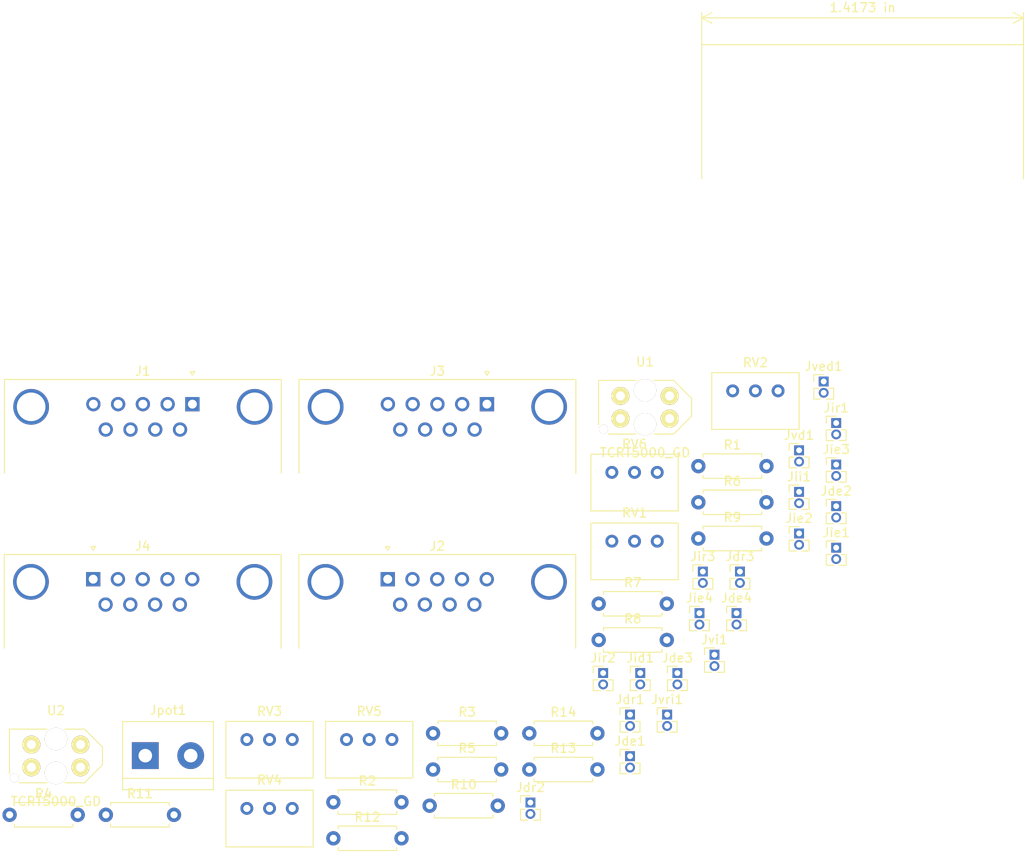
<source format=kicad_pcb>
(kicad_pcb (version 20171130) (host pcbnew 5.1.6-c6e7f7d~86~ubuntu18.04.1)

  (general
    (thickness 1.6)
    (drawings 5)
    (tracks 0)
    (zones 0)
    (modules 47)
    (nets 55)
  )

  (page A4)
  (title_block
    (title "Sensor de velocidad")
    (date 2020-05-31)
    (rev V.0.1)
    (company Negrete)
    (comment 1 "Autor: Gustavo V. Diaz")
    (comment 2 "Buenos Aires - Argentina")
    (comment 3 "Fecha inicio: 31/05/2020")
  )

  (layers
    (0 F.Cu signal)
    (31 B.Cu signal)
    (32 B.Adhes user)
    (33 F.Adhes user)
    (34 B.Paste user)
    (35 F.Paste user)
    (36 B.SilkS user)
    (37 F.SilkS user)
    (38 B.Mask user)
    (39 F.Mask user)
    (40 Dwgs.User user)
    (41 Cmts.User user)
    (42 Eco1.User user)
    (43 Eco2.User user)
    (44 Edge.Cuts user)
    (45 Margin user)
    (46 B.CrtYd user)
    (47 F.CrtYd user)
    (48 B.Fab user)
    (49 F.Fab user)
  )

  (setup
    (last_trace_width 0.25)
    (trace_clearance 0.2)
    (zone_clearance 0.508)
    (zone_45_only no)
    (trace_min 0.2)
    (via_size 0.8)
    (via_drill 0.4)
    (via_min_size 0.4)
    (via_min_drill 0.3)
    (uvia_size 0.3)
    (uvia_drill 0.1)
    (uvias_allowed no)
    (uvia_min_size 0.2)
    (uvia_min_drill 0.1)
    (edge_width 0.05)
    (segment_width 0.2)
    (pcb_text_width 0.3)
    (pcb_text_size 1.5 1.5)
    (mod_edge_width 0.12)
    (mod_text_size 1 1)
    (mod_text_width 0.15)
    (pad_size 1.524 1.524)
    (pad_drill 0.762)
    (pad_to_mask_clearance 0.05)
    (aux_axis_origin 0 0)
    (visible_elements FFFFFF7F)
    (pcbplotparams
      (layerselection 0x010fc_ffffffff)
      (usegerberextensions false)
      (usegerberattributes true)
      (usegerberadvancedattributes true)
      (creategerberjobfile true)
      (excludeedgelayer true)
      (linewidth 0.100000)
      (plotframeref false)
      (viasonmask false)
      (mode 1)
      (useauxorigin false)
      (hpglpennumber 1)
      (hpglpenspeed 20)
      (hpglpendiameter 15.000000)
      (psnegative false)
      (psa4output false)
      (plotreference true)
      (plotvalue true)
      (plotinvisibletext false)
      (padsonsilk false)
      (subtractmaskfromsilk false)
      (outputformat 1)
      (mirror false)
      (drillshape 1)
      (scaleselection 1)
      (outputdirectory ""))
  )

  (net 0 "")
  (net 1 /Em_der)
  (net 2 GND)
  (net 3 "Net-(J1-Pad3)")
  (net 4 /Rec_der)
  (net 5 "Net-(J1-Pad6)")
  (net 6 "Net-(J1-Pad7)")
  (net 7 "Net-(J1-Pad8)")
  (net 8 "Net-(J1-Pad9)")
  (net 9 "Net-(J2-Pad0)")
  (net 10 "Net-(J2-Pad9)")
  (net 11 "Net-(J2-Pad8)")
  (net 12 "Net-(J2-Pad7)")
  (net 13 "Net-(J2-Pad6)")
  (net 14 "Net-(J2-Pad5)")
  (net 15 "Net-(J2-Pad3)")
  (net 16 "Net-(J2-Pad1)")
  (net 17 "Net-(J3-Pad9)")
  (net 18 "Net-(J3-Pad8)")
  (net 19 "Net-(J3-Pad7)")
  (net 20 "Net-(J3-Pad6)")
  (net 21 /Rec_izq)
  (net 22 "Net-(J3-Pad3)")
  (net 23 /Em_izq)
  (net 24 "Net-(J4-Pad1)")
  (net 25 "Net-(J4-Pad0)")
  (net 26 "Net-(J4-Pad3)")
  (net 27 "Net-(J4-Pad5)")
  (net 28 "Net-(J4-Pad6)")
  (net 29 "Net-(J4-Pad7)")
  (net 30 "Net-(J4-Pad8)")
  (net 31 "Net-(J4-Pad9)")
  (net 32 "Net-(Jde1-Pad1)")
  (net 33 "Net-(Jde1-Pad2)")
  (net 34 "Net-(Jde2-Pad2)")
  (net 35 "Net-(Jde3-Pad2)")
  (net 36 "Net-(Jde4-Pad2)")
  (net 37 "Net-(Jdr1-Pad2)")
  (net 38 +12V)
  (net 39 "Net-(Jdr2-Pad2)")
  (net 40 "Net-(Jdr3-Pad2)")
  (net 41 "Net-(Jie1-Pad1)")
  (net 42 "Net-(Jie1-Pad2)")
  (net 43 "Net-(Jie2-Pad2)")
  (net 44 "Net-(Jie3-Pad2)")
  (net 45 "Net-(Jie4-Pad2)")
  (net 46 "Net-(Jir1-Pad2)")
  (net 47 "Net-(Jir2-Pad2)")
  (net 48 "Net-(Jir3-Pad2)")
  (net 49 "Net-(R5-Pad1)")
  (net 50 "Net-(R6-Pad1)")
  (net 51 "Net-(R7-Pad1)")
  (net 52 "Net-(R12-Pad1)")
  (net 53 "Net-(R13-Pad1)")
  (net 54 "Net-(R14-Pad1)")

  (net_class Default "This is the default net class."
    (clearance 0.2)
    (trace_width 0.25)
    (via_dia 0.8)
    (via_drill 0.4)
    (uvia_dia 0.3)
    (uvia_drill 0.1)
    (add_net +12V)
    (add_net /Em_der)
    (add_net /Em_izq)
    (add_net /Rec_der)
    (add_net /Rec_izq)
    (add_net GND)
    (add_net "Net-(J1-Pad3)")
    (add_net "Net-(J1-Pad6)")
    (add_net "Net-(J1-Pad7)")
    (add_net "Net-(J1-Pad8)")
    (add_net "Net-(J1-Pad9)")
    (add_net "Net-(J2-Pad0)")
    (add_net "Net-(J2-Pad1)")
    (add_net "Net-(J2-Pad3)")
    (add_net "Net-(J2-Pad5)")
    (add_net "Net-(J2-Pad6)")
    (add_net "Net-(J2-Pad7)")
    (add_net "Net-(J2-Pad8)")
    (add_net "Net-(J2-Pad9)")
    (add_net "Net-(J3-Pad3)")
    (add_net "Net-(J3-Pad6)")
    (add_net "Net-(J3-Pad7)")
    (add_net "Net-(J3-Pad8)")
    (add_net "Net-(J3-Pad9)")
    (add_net "Net-(J4-Pad0)")
    (add_net "Net-(J4-Pad1)")
    (add_net "Net-(J4-Pad3)")
    (add_net "Net-(J4-Pad5)")
    (add_net "Net-(J4-Pad6)")
    (add_net "Net-(J4-Pad7)")
    (add_net "Net-(J4-Pad8)")
    (add_net "Net-(J4-Pad9)")
    (add_net "Net-(Jde1-Pad1)")
    (add_net "Net-(Jde1-Pad2)")
    (add_net "Net-(Jde2-Pad2)")
    (add_net "Net-(Jde3-Pad2)")
    (add_net "Net-(Jde4-Pad2)")
    (add_net "Net-(Jdr1-Pad2)")
    (add_net "Net-(Jdr2-Pad2)")
    (add_net "Net-(Jdr3-Pad2)")
    (add_net "Net-(Jie1-Pad1)")
    (add_net "Net-(Jie1-Pad2)")
    (add_net "Net-(Jie2-Pad2)")
    (add_net "Net-(Jie3-Pad2)")
    (add_net "Net-(Jie4-Pad2)")
    (add_net "Net-(Jir1-Pad2)")
    (add_net "Net-(Jir2-Pad2)")
    (add_net "Net-(Jir3-Pad2)")
    (add_net "Net-(R12-Pad1)")
    (add_net "Net-(R13-Pad1)")
    (add_net "Net-(R14-Pad1)")
    (add_net "Net-(R5-Pad1)")
    (add_net "Net-(R6-Pad1)")
    (add_net "Net-(R7-Pad1)")
  )

  (module Connector_Dsub:DSUB-9_Female_Horizontal_P2.77x2.84mm_EdgePinOffset4.94mm_Housed_MountingHolesOffset7.48mm (layer F.Cu) (tedit 59FEDEE2) (tstamp 5ED45698)
    (at 93.025001 90.214339)
    (descr "9-pin D-Sub connector, horizontal/angled (90 deg), THT-mount, female, pitch 2.77x2.84mm, pin-PCB-offset 4.9399999999999995mm, distance of mounting holes 25mm, distance of mounting holes to PCB edge 7.4799999999999995mm, see https://disti-assets.s3.amazonaws.com/tonar/files/datasheets/16730.pdf")
    (tags "9-pin D-Sub connector horizontal angled 90deg THT female pitch 2.77x2.84mm pin-PCB-offset 4.9399999999999995mm mounting-holes-distance 25mm mounting-hole-offset 25mm")
    (path /5EC05B93)
    (fp_text reference J1 (at -5.54 -3.7) (layer F.SilkS)
      (effects (font (size 1 1) (thickness 0.15)))
    )
    (fp_text value DB9_Female_MountingHoles (at -5.54 15.85) (layer F.Fab)
      (effects (font (size 1 1) (thickness 0.15)))
    )
    (fp_line (start 10.4 -3.25) (end -21.5 -3.25) (layer F.CrtYd) (width 0.05))
    (fp_line (start 10.4 14.85) (end 10.4 -3.25) (layer F.CrtYd) (width 0.05))
    (fp_line (start -21.5 14.85) (end 10.4 14.85) (layer F.CrtYd) (width 0.05))
    (fp_line (start -21.5 -3.25) (end -21.5 14.85) (layer F.CrtYd) (width 0.05))
    (fp_line (start 0 -3.221325) (end -0.25 -3.654338) (layer F.SilkS) (width 0.12))
    (fp_line (start 0.25 -3.654338) (end 0 -3.221325) (layer F.SilkS) (width 0.12))
    (fp_line (start -0.25 -3.654338) (end 0.25 -3.654338) (layer F.SilkS) (width 0.12))
    (fp_line (start 9.945 -2.76) (end 9.945 7.72) (layer F.SilkS) (width 0.12))
    (fp_line (start -21.025 -2.76) (end 9.945 -2.76) (layer F.SilkS) (width 0.12))
    (fp_line (start -21.025 7.72) (end -21.025 -2.76) (layer F.SilkS) (width 0.12))
    (fp_line (start 8.56 7.78) (end 8.56 0.3) (layer F.Fab) (width 0.1))
    (fp_line (start 5.36 7.78) (end 5.36 0.3) (layer F.Fab) (width 0.1))
    (fp_line (start -16.44 7.78) (end -16.44 0.3) (layer F.Fab) (width 0.1))
    (fp_line (start -19.64 7.78) (end -19.64 0.3) (layer F.Fab) (width 0.1))
    (fp_line (start 9.46 8.18) (end 4.46 8.18) (layer F.Fab) (width 0.1))
    (fp_line (start 9.46 13.18) (end 9.46 8.18) (layer F.Fab) (width 0.1))
    (fp_line (start 4.46 13.18) (end 9.46 13.18) (layer F.Fab) (width 0.1))
    (fp_line (start 4.46 8.18) (end 4.46 13.18) (layer F.Fab) (width 0.1))
    (fp_line (start -15.54 8.18) (end -20.54 8.18) (layer F.Fab) (width 0.1))
    (fp_line (start -15.54 13.18) (end -15.54 8.18) (layer F.Fab) (width 0.1))
    (fp_line (start -20.54 13.18) (end -15.54 13.18) (layer F.Fab) (width 0.1))
    (fp_line (start -20.54 8.18) (end -20.54 13.18) (layer F.Fab) (width 0.1))
    (fp_line (start 2.61 8.18) (end -13.69 8.18) (layer F.Fab) (width 0.1))
    (fp_line (start 2.61 14.35) (end 2.61 8.18) (layer F.Fab) (width 0.1))
    (fp_line (start -13.69 14.35) (end 2.61 14.35) (layer F.Fab) (width 0.1))
    (fp_line (start -13.69 8.18) (end -13.69 14.35) (layer F.Fab) (width 0.1))
    (fp_line (start 9.885 7.78) (end -20.965 7.78) (layer F.Fab) (width 0.1))
    (fp_line (start 9.885 8.18) (end 9.885 7.78) (layer F.Fab) (width 0.1))
    (fp_line (start -20.965 8.18) (end 9.885 8.18) (layer F.Fab) (width 0.1))
    (fp_line (start -20.965 7.78) (end -20.965 8.18) (layer F.Fab) (width 0.1))
    (fp_line (start 9.885 -2.7) (end -20.965 -2.7) (layer F.Fab) (width 0.1))
    (fp_line (start 9.885 7.78) (end 9.885 -2.7) (layer F.Fab) (width 0.1))
    (fp_line (start -20.965 7.78) (end 9.885 7.78) (layer F.Fab) (width 0.1))
    (fp_line (start -20.965 -2.7) (end -20.965 7.78) (layer F.Fab) (width 0.1))
    (fp_arc (start -18.04 0.3) (end -19.64 0.3) (angle 180) (layer F.Fab) (width 0.1))
    (fp_arc (start 6.96 0.3) (end 5.36 0.3) (angle 180) (layer F.Fab) (width 0.1))
    (fp_text user %R (at -5.54 11.265) (layer F.Fab)
      (effects (font (size 1 1) (thickness 0.15)))
    )
    (pad 1 thru_hole rect (at 0 0) (size 1.6 1.6) (drill 1) (layers *.Cu *.Mask)
      (net 1 /Em_der))
    (pad 2 thru_hole circle (at -2.77 0) (size 1.6 1.6) (drill 1) (layers *.Cu *.Mask)
      (net 2 GND))
    (pad 3 thru_hole circle (at -5.54 0) (size 1.6 1.6) (drill 1) (layers *.Cu *.Mask)
      (net 3 "Net-(J1-Pad3)"))
    (pad 4 thru_hole circle (at -8.31 0) (size 1.6 1.6) (drill 1) (layers *.Cu *.Mask)
      (net 4 /Rec_der))
    (pad 5 thru_hole circle (at -11.08 0) (size 1.6 1.6) (drill 1) (layers *.Cu *.Mask)
      (net 2 GND))
    (pad 6 thru_hole circle (at -1.385 2.84) (size 1.6 1.6) (drill 1) (layers *.Cu *.Mask)
      (net 5 "Net-(J1-Pad6)"))
    (pad 7 thru_hole circle (at -4.155 2.84) (size 1.6 1.6) (drill 1) (layers *.Cu *.Mask)
      (net 6 "Net-(J1-Pad7)"))
    (pad 8 thru_hole circle (at -6.925 2.84) (size 1.6 1.6) (drill 1) (layers *.Cu *.Mask)
      (net 7 "Net-(J1-Pad8)"))
    (pad 9 thru_hole circle (at -9.695 2.84) (size 1.6 1.6) (drill 1) (layers *.Cu *.Mask)
      (net 8 "Net-(J1-Pad9)"))
    (pad 0 thru_hole circle (at -18.04 0.3) (size 4 4) (drill 3.2) (layers *.Cu *.Mask)
      (net 2 GND))
    (pad 0 thru_hole circle (at 6.96 0.3) (size 4 4) (drill 3.2) (layers *.Cu *.Mask)
      (net 2 GND))
    (model ${KISYS3DMOD}/Connector_Dsub.3dshapes/DSUB-9_Female_Horizontal_P2.77x2.84mm_EdgePinOffset4.94mm_Housed_MountingHolesOffset7.48mm.wrl
      (at (xyz 0 0 0))
      (scale (xyz 1 1 1))
      (rotate (xyz 0 0 0))
    )
  )

  (module Connector_Dsub:DSUB-9_Male_Horizontal_P2.77x2.84mm_EdgePinOffset4.94mm_Housed_MountingHolesOffset7.48mm (layer F.Cu) (tedit 59FEDEE2) (tstamp 5ED456CC)
    (at 114.875001 109.794339)
    (descr "9-pin D-Sub connector, horizontal/angled (90 deg), THT-mount, male, pitch 2.77x2.84mm, pin-PCB-offset 4.9399999999999995mm, distance of mounting holes 25mm, distance of mounting holes to PCB edge 7.4799999999999995mm, see https://disti-assets.s3.amazonaws.com/tonar/files/datasheets/16730.pdf")
    (tags "9-pin D-Sub connector horizontal angled 90deg THT male pitch 2.77x2.84mm pin-PCB-offset 4.9399999999999995mm mounting-holes-distance 25mm mounting-hole-offset 25mm")
    (path /5EC0C521)
    (fp_text reference J2 (at 5.54 -3.7) (layer F.SilkS)
      (effects (font (size 1 1) (thickness 0.15)))
    )
    (fp_text value DB9_Male_MountingHoles (at 5.54 15.68) (layer F.Fab)
      (effects (font (size 1 1) (thickness 0.15)))
    )
    (fp_text user %R (at 5.54 11.18) (layer F.Fab)
      (effects (font (size 1 1) (thickness 0.15)))
    )
    (fp_arc (start 18.04 0.3) (end 16.44 0.3) (angle 180) (layer F.Fab) (width 0.1))
    (fp_arc (start -6.96 0.3) (end -8.56 0.3) (angle 180) (layer F.Fab) (width 0.1))
    (fp_line (start -9.885 -2.7) (end -9.885 7.78) (layer F.Fab) (width 0.1))
    (fp_line (start -9.885 7.78) (end 20.965 7.78) (layer F.Fab) (width 0.1))
    (fp_line (start 20.965 7.78) (end 20.965 -2.7) (layer F.Fab) (width 0.1))
    (fp_line (start 20.965 -2.7) (end -9.885 -2.7) (layer F.Fab) (width 0.1))
    (fp_line (start -9.885 7.78) (end -9.885 8.18) (layer F.Fab) (width 0.1))
    (fp_line (start -9.885 8.18) (end 20.965 8.18) (layer F.Fab) (width 0.1))
    (fp_line (start 20.965 8.18) (end 20.965 7.78) (layer F.Fab) (width 0.1))
    (fp_line (start 20.965 7.78) (end -9.885 7.78) (layer F.Fab) (width 0.1))
    (fp_line (start -2.61 8.18) (end -2.61 14.18) (layer F.Fab) (width 0.1))
    (fp_line (start -2.61 14.18) (end 13.69 14.18) (layer F.Fab) (width 0.1))
    (fp_line (start 13.69 14.18) (end 13.69 8.18) (layer F.Fab) (width 0.1))
    (fp_line (start 13.69 8.18) (end -2.61 8.18) (layer F.Fab) (width 0.1))
    (fp_line (start -9.46 8.18) (end -9.46 13.18) (layer F.Fab) (width 0.1))
    (fp_line (start -9.46 13.18) (end -4.46 13.18) (layer F.Fab) (width 0.1))
    (fp_line (start -4.46 13.18) (end -4.46 8.18) (layer F.Fab) (width 0.1))
    (fp_line (start -4.46 8.18) (end -9.46 8.18) (layer F.Fab) (width 0.1))
    (fp_line (start 15.54 8.18) (end 15.54 13.18) (layer F.Fab) (width 0.1))
    (fp_line (start 15.54 13.18) (end 20.54 13.18) (layer F.Fab) (width 0.1))
    (fp_line (start 20.54 13.18) (end 20.54 8.18) (layer F.Fab) (width 0.1))
    (fp_line (start 20.54 8.18) (end 15.54 8.18) (layer F.Fab) (width 0.1))
    (fp_line (start -8.56 7.78) (end -8.56 0.3) (layer F.Fab) (width 0.1))
    (fp_line (start -5.36 7.78) (end -5.36 0.3) (layer F.Fab) (width 0.1))
    (fp_line (start 16.44 7.78) (end 16.44 0.3) (layer F.Fab) (width 0.1))
    (fp_line (start 19.64 7.78) (end 19.64 0.3) (layer F.Fab) (width 0.1))
    (fp_line (start -9.945 7.72) (end -9.945 -2.76) (layer F.SilkS) (width 0.12))
    (fp_line (start -9.945 -2.76) (end 21.025 -2.76) (layer F.SilkS) (width 0.12))
    (fp_line (start 21.025 -2.76) (end 21.025 7.72) (layer F.SilkS) (width 0.12))
    (fp_line (start -0.25 -3.654338) (end 0.25 -3.654338) (layer F.SilkS) (width 0.12))
    (fp_line (start 0.25 -3.654338) (end 0 -3.221325) (layer F.SilkS) (width 0.12))
    (fp_line (start 0 -3.221325) (end -0.25 -3.654338) (layer F.SilkS) (width 0.12))
    (fp_line (start -10.4 -3.25) (end -10.4 14.7) (layer F.CrtYd) (width 0.05))
    (fp_line (start -10.4 14.7) (end 21.5 14.7) (layer F.CrtYd) (width 0.05))
    (fp_line (start 21.5 14.7) (end 21.5 -3.25) (layer F.CrtYd) (width 0.05))
    (fp_line (start 21.5 -3.25) (end -10.4 -3.25) (layer F.CrtYd) (width 0.05))
    (pad 0 thru_hole circle (at 18.04 0.3) (size 4 4) (drill 3.2) (layers *.Cu *.Mask)
      (net 9 "Net-(J2-Pad0)"))
    (pad 0 thru_hole circle (at -6.96 0.3) (size 4 4) (drill 3.2) (layers *.Cu *.Mask)
      (net 9 "Net-(J2-Pad0)"))
    (pad 9 thru_hole circle (at 9.695 2.84) (size 1.6 1.6) (drill 1) (layers *.Cu *.Mask)
      (net 10 "Net-(J2-Pad9)"))
    (pad 8 thru_hole circle (at 6.925 2.84) (size 1.6 1.6) (drill 1) (layers *.Cu *.Mask)
      (net 11 "Net-(J2-Pad8)"))
    (pad 7 thru_hole circle (at 4.155 2.84) (size 1.6 1.6) (drill 1) (layers *.Cu *.Mask)
      (net 12 "Net-(J2-Pad7)"))
    (pad 6 thru_hole circle (at 1.385 2.84) (size 1.6 1.6) (drill 1) (layers *.Cu *.Mask)
      (net 13 "Net-(J2-Pad6)"))
    (pad 5 thru_hole circle (at 11.08 0) (size 1.6 1.6) (drill 1) (layers *.Cu *.Mask)
      (net 14 "Net-(J2-Pad5)"))
    (pad 4 thru_hole circle (at 8.31 0) (size 1.6 1.6) (drill 1) (layers *.Cu *.Mask)
      (net 9 "Net-(J2-Pad0)"))
    (pad 3 thru_hole circle (at 5.54 0) (size 1.6 1.6) (drill 1) (layers *.Cu *.Mask)
      (net 15 "Net-(J2-Pad3)"))
    (pad 2 thru_hole circle (at 2.77 0) (size 1.6 1.6) (drill 1) (layers *.Cu *.Mask)
      (net 9 "Net-(J2-Pad0)"))
    (pad 1 thru_hole rect (at 0 0) (size 1.6 1.6) (drill 1) (layers *.Cu *.Mask)
      (net 16 "Net-(J2-Pad1)"))
    (model ${KISYS3DMOD}/Connector_Dsub.3dshapes/DSUB-9_Male_Horizontal_P2.77x2.84mm_EdgePinOffset4.94mm_Housed_MountingHolesOffset7.48mm.wrl
      (at (xyz 0 0 0))
      (scale (xyz 1 1 1))
      (rotate (xyz 0 0 0))
    )
  )

  (module Connector_Dsub:DSUB-9_Female_Horizontal_P2.77x2.84mm_EdgePinOffset4.94mm_Housed_MountingHolesOffset7.48mm (layer F.Cu) (tedit 59FEDEE2) (tstamp 5ED45700)
    (at 125.975001 90.214339)
    (descr "9-pin D-Sub connector, horizontal/angled (90 deg), THT-mount, female, pitch 2.77x2.84mm, pin-PCB-offset 4.9399999999999995mm, distance of mounting holes 25mm, distance of mounting holes to PCB edge 7.4799999999999995mm, see https://disti-assets.s3.amazonaws.com/tonar/files/datasheets/16730.pdf")
    (tags "9-pin D-Sub connector horizontal angled 90deg THT female pitch 2.77x2.84mm pin-PCB-offset 4.9399999999999995mm mounting-holes-distance 25mm mounting-hole-offset 25mm")
    (path /5ED56F2A)
    (fp_text reference J3 (at -5.54 -3.7) (layer F.SilkS)
      (effects (font (size 1 1) (thickness 0.15)))
    )
    (fp_text value DB9_Female_MountingHoles (at -5.54 15.85) (layer F.Fab)
      (effects (font (size 1 1) (thickness 0.15)))
    )
    (fp_text user %R (at -5.54 11.265) (layer F.Fab)
      (effects (font (size 1 1) (thickness 0.15)))
    )
    (fp_arc (start 6.96 0.3) (end 5.36 0.3) (angle 180) (layer F.Fab) (width 0.1))
    (fp_arc (start -18.04 0.3) (end -19.64 0.3) (angle 180) (layer F.Fab) (width 0.1))
    (fp_line (start -20.965 -2.7) (end -20.965 7.78) (layer F.Fab) (width 0.1))
    (fp_line (start -20.965 7.78) (end 9.885 7.78) (layer F.Fab) (width 0.1))
    (fp_line (start 9.885 7.78) (end 9.885 -2.7) (layer F.Fab) (width 0.1))
    (fp_line (start 9.885 -2.7) (end -20.965 -2.7) (layer F.Fab) (width 0.1))
    (fp_line (start -20.965 7.78) (end -20.965 8.18) (layer F.Fab) (width 0.1))
    (fp_line (start -20.965 8.18) (end 9.885 8.18) (layer F.Fab) (width 0.1))
    (fp_line (start 9.885 8.18) (end 9.885 7.78) (layer F.Fab) (width 0.1))
    (fp_line (start 9.885 7.78) (end -20.965 7.78) (layer F.Fab) (width 0.1))
    (fp_line (start -13.69 8.18) (end -13.69 14.35) (layer F.Fab) (width 0.1))
    (fp_line (start -13.69 14.35) (end 2.61 14.35) (layer F.Fab) (width 0.1))
    (fp_line (start 2.61 14.35) (end 2.61 8.18) (layer F.Fab) (width 0.1))
    (fp_line (start 2.61 8.18) (end -13.69 8.18) (layer F.Fab) (width 0.1))
    (fp_line (start -20.54 8.18) (end -20.54 13.18) (layer F.Fab) (width 0.1))
    (fp_line (start -20.54 13.18) (end -15.54 13.18) (layer F.Fab) (width 0.1))
    (fp_line (start -15.54 13.18) (end -15.54 8.18) (layer F.Fab) (width 0.1))
    (fp_line (start -15.54 8.18) (end -20.54 8.18) (layer F.Fab) (width 0.1))
    (fp_line (start 4.46 8.18) (end 4.46 13.18) (layer F.Fab) (width 0.1))
    (fp_line (start 4.46 13.18) (end 9.46 13.18) (layer F.Fab) (width 0.1))
    (fp_line (start 9.46 13.18) (end 9.46 8.18) (layer F.Fab) (width 0.1))
    (fp_line (start 9.46 8.18) (end 4.46 8.18) (layer F.Fab) (width 0.1))
    (fp_line (start -19.64 7.78) (end -19.64 0.3) (layer F.Fab) (width 0.1))
    (fp_line (start -16.44 7.78) (end -16.44 0.3) (layer F.Fab) (width 0.1))
    (fp_line (start 5.36 7.78) (end 5.36 0.3) (layer F.Fab) (width 0.1))
    (fp_line (start 8.56 7.78) (end 8.56 0.3) (layer F.Fab) (width 0.1))
    (fp_line (start -21.025 7.72) (end -21.025 -2.76) (layer F.SilkS) (width 0.12))
    (fp_line (start -21.025 -2.76) (end 9.945 -2.76) (layer F.SilkS) (width 0.12))
    (fp_line (start 9.945 -2.76) (end 9.945 7.72) (layer F.SilkS) (width 0.12))
    (fp_line (start -0.25 -3.654338) (end 0.25 -3.654338) (layer F.SilkS) (width 0.12))
    (fp_line (start 0.25 -3.654338) (end 0 -3.221325) (layer F.SilkS) (width 0.12))
    (fp_line (start 0 -3.221325) (end -0.25 -3.654338) (layer F.SilkS) (width 0.12))
    (fp_line (start -21.5 -3.25) (end -21.5 14.85) (layer F.CrtYd) (width 0.05))
    (fp_line (start -21.5 14.85) (end 10.4 14.85) (layer F.CrtYd) (width 0.05))
    (fp_line (start 10.4 14.85) (end 10.4 -3.25) (layer F.CrtYd) (width 0.05))
    (fp_line (start 10.4 -3.25) (end -21.5 -3.25) (layer F.CrtYd) (width 0.05))
    (pad 0 thru_hole circle (at 6.96 0.3) (size 4 4) (drill 3.2) (layers *.Cu *.Mask)
      (net 2 GND))
    (pad 0 thru_hole circle (at -18.04 0.3) (size 4 4) (drill 3.2) (layers *.Cu *.Mask)
      (net 2 GND))
    (pad 9 thru_hole circle (at -9.695 2.84) (size 1.6 1.6) (drill 1) (layers *.Cu *.Mask)
      (net 17 "Net-(J3-Pad9)"))
    (pad 8 thru_hole circle (at -6.925 2.84) (size 1.6 1.6) (drill 1) (layers *.Cu *.Mask)
      (net 18 "Net-(J3-Pad8)"))
    (pad 7 thru_hole circle (at -4.155 2.84) (size 1.6 1.6) (drill 1) (layers *.Cu *.Mask)
      (net 19 "Net-(J3-Pad7)"))
    (pad 6 thru_hole circle (at -1.385 2.84) (size 1.6 1.6) (drill 1) (layers *.Cu *.Mask)
      (net 20 "Net-(J3-Pad6)"))
    (pad 5 thru_hole circle (at -11.08 0) (size 1.6 1.6) (drill 1) (layers *.Cu *.Mask)
      (net 2 GND))
    (pad 4 thru_hole circle (at -8.31 0) (size 1.6 1.6) (drill 1) (layers *.Cu *.Mask)
      (net 21 /Rec_izq))
    (pad 3 thru_hole circle (at -5.54 0) (size 1.6 1.6) (drill 1) (layers *.Cu *.Mask)
      (net 22 "Net-(J3-Pad3)"))
    (pad 2 thru_hole circle (at -2.77 0) (size 1.6 1.6) (drill 1) (layers *.Cu *.Mask)
      (net 2 GND))
    (pad 1 thru_hole rect (at 0 0) (size 1.6 1.6) (drill 1) (layers *.Cu *.Mask)
      (net 23 /Em_izq))
    (model ${KISYS3DMOD}/Connector_Dsub.3dshapes/DSUB-9_Female_Horizontal_P2.77x2.84mm_EdgePinOffset4.94mm_Housed_MountingHolesOffset7.48mm.wrl
      (at (xyz 0 0 0))
      (scale (xyz 1 1 1))
      (rotate (xyz 0 0 0))
    )
  )

  (module Connector_Dsub:DSUB-9_Male_Horizontal_P2.77x2.84mm_EdgePinOffset4.94mm_Housed_MountingHolesOffset7.48mm (layer F.Cu) (tedit 59FEDEE2) (tstamp 5ED45734)
    (at 81.925001 109.794339)
    (descr "9-pin D-Sub connector, horizontal/angled (90 deg), THT-mount, male, pitch 2.77x2.84mm, pin-PCB-offset 4.9399999999999995mm, distance of mounting holes 25mm, distance of mounting holes to PCB edge 7.4799999999999995mm, see https://disti-assets.s3.amazonaws.com/tonar/files/datasheets/16730.pdf")
    (tags "9-pin D-Sub connector horizontal angled 90deg THT male pitch 2.77x2.84mm pin-PCB-offset 4.9399999999999995mm mounting-holes-distance 25mm mounting-hole-offset 25mm")
    (path /5ED56F30)
    (fp_text reference J4 (at 5.54 -3.7) (layer F.SilkS)
      (effects (font (size 1 1) (thickness 0.15)))
    )
    (fp_text value DB9_Male_MountingHoles (at 5.54 15.68) (layer F.Fab)
      (effects (font (size 1 1) (thickness 0.15)))
    )
    (fp_line (start 21.5 -3.25) (end -10.4 -3.25) (layer F.CrtYd) (width 0.05))
    (fp_line (start 21.5 14.7) (end 21.5 -3.25) (layer F.CrtYd) (width 0.05))
    (fp_line (start -10.4 14.7) (end 21.5 14.7) (layer F.CrtYd) (width 0.05))
    (fp_line (start -10.4 -3.25) (end -10.4 14.7) (layer F.CrtYd) (width 0.05))
    (fp_line (start 0 -3.221325) (end -0.25 -3.654338) (layer F.SilkS) (width 0.12))
    (fp_line (start 0.25 -3.654338) (end 0 -3.221325) (layer F.SilkS) (width 0.12))
    (fp_line (start -0.25 -3.654338) (end 0.25 -3.654338) (layer F.SilkS) (width 0.12))
    (fp_line (start 21.025 -2.76) (end 21.025 7.72) (layer F.SilkS) (width 0.12))
    (fp_line (start -9.945 -2.76) (end 21.025 -2.76) (layer F.SilkS) (width 0.12))
    (fp_line (start -9.945 7.72) (end -9.945 -2.76) (layer F.SilkS) (width 0.12))
    (fp_line (start 19.64 7.78) (end 19.64 0.3) (layer F.Fab) (width 0.1))
    (fp_line (start 16.44 7.78) (end 16.44 0.3) (layer F.Fab) (width 0.1))
    (fp_line (start -5.36 7.78) (end -5.36 0.3) (layer F.Fab) (width 0.1))
    (fp_line (start -8.56 7.78) (end -8.56 0.3) (layer F.Fab) (width 0.1))
    (fp_line (start 20.54 8.18) (end 15.54 8.18) (layer F.Fab) (width 0.1))
    (fp_line (start 20.54 13.18) (end 20.54 8.18) (layer F.Fab) (width 0.1))
    (fp_line (start 15.54 13.18) (end 20.54 13.18) (layer F.Fab) (width 0.1))
    (fp_line (start 15.54 8.18) (end 15.54 13.18) (layer F.Fab) (width 0.1))
    (fp_line (start -4.46 8.18) (end -9.46 8.18) (layer F.Fab) (width 0.1))
    (fp_line (start -4.46 13.18) (end -4.46 8.18) (layer F.Fab) (width 0.1))
    (fp_line (start -9.46 13.18) (end -4.46 13.18) (layer F.Fab) (width 0.1))
    (fp_line (start -9.46 8.18) (end -9.46 13.18) (layer F.Fab) (width 0.1))
    (fp_line (start 13.69 8.18) (end -2.61 8.18) (layer F.Fab) (width 0.1))
    (fp_line (start 13.69 14.18) (end 13.69 8.18) (layer F.Fab) (width 0.1))
    (fp_line (start -2.61 14.18) (end 13.69 14.18) (layer F.Fab) (width 0.1))
    (fp_line (start -2.61 8.18) (end -2.61 14.18) (layer F.Fab) (width 0.1))
    (fp_line (start 20.965 7.78) (end -9.885 7.78) (layer F.Fab) (width 0.1))
    (fp_line (start 20.965 8.18) (end 20.965 7.78) (layer F.Fab) (width 0.1))
    (fp_line (start -9.885 8.18) (end 20.965 8.18) (layer F.Fab) (width 0.1))
    (fp_line (start -9.885 7.78) (end -9.885 8.18) (layer F.Fab) (width 0.1))
    (fp_line (start 20.965 -2.7) (end -9.885 -2.7) (layer F.Fab) (width 0.1))
    (fp_line (start 20.965 7.78) (end 20.965 -2.7) (layer F.Fab) (width 0.1))
    (fp_line (start -9.885 7.78) (end 20.965 7.78) (layer F.Fab) (width 0.1))
    (fp_line (start -9.885 -2.7) (end -9.885 7.78) (layer F.Fab) (width 0.1))
    (fp_arc (start -6.96 0.3) (end -8.56 0.3) (angle 180) (layer F.Fab) (width 0.1))
    (fp_arc (start 18.04 0.3) (end 16.44 0.3) (angle 180) (layer F.Fab) (width 0.1))
    (fp_text user %R (at 5.54 11.18) (layer F.Fab)
      (effects (font (size 1 1) (thickness 0.15)))
    )
    (pad 1 thru_hole rect (at 0 0) (size 1.6 1.6) (drill 1) (layers *.Cu *.Mask)
      (net 24 "Net-(J4-Pad1)"))
    (pad 2 thru_hole circle (at 2.77 0) (size 1.6 1.6) (drill 1) (layers *.Cu *.Mask)
      (net 25 "Net-(J4-Pad0)"))
    (pad 3 thru_hole circle (at 5.54 0) (size 1.6 1.6) (drill 1) (layers *.Cu *.Mask)
      (net 26 "Net-(J4-Pad3)"))
    (pad 4 thru_hole circle (at 8.31 0) (size 1.6 1.6) (drill 1) (layers *.Cu *.Mask)
      (net 25 "Net-(J4-Pad0)"))
    (pad 5 thru_hole circle (at 11.08 0) (size 1.6 1.6) (drill 1) (layers *.Cu *.Mask)
      (net 27 "Net-(J4-Pad5)"))
    (pad 6 thru_hole circle (at 1.385 2.84) (size 1.6 1.6) (drill 1) (layers *.Cu *.Mask)
      (net 28 "Net-(J4-Pad6)"))
    (pad 7 thru_hole circle (at 4.155 2.84) (size 1.6 1.6) (drill 1) (layers *.Cu *.Mask)
      (net 29 "Net-(J4-Pad7)"))
    (pad 8 thru_hole circle (at 6.925 2.84) (size 1.6 1.6) (drill 1) (layers *.Cu *.Mask)
      (net 30 "Net-(J4-Pad8)"))
    (pad 9 thru_hole circle (at 9.695 2.84) (size 1.6 1.6) (drill 1) (layers *.Cu *.Mask)
      (net 31 "Net-(J4-Pad9)"))
    (pad 0 thru_hole circle (at -6.96 0.3) (size 4 4) (drill 3.2) (layers *.Cu *.Mask)
      (net 25 "Net-(J4-Pad0)"))
    (pad 0 thru_hole circle (at 18.04 0.3) (size 4 4) (drill 3.2) (layers *.Cu *.Mask)
      (net 25 "Net-(J4-Pad0)"))
    (model ${KISYS3DMOD}/Connector_Dsub.3dshapes/DSUB-9_Male_Horizontal_P2.77x2.84mm_EdgePinOffset4.94mm_Housed_MountingHolesOffset7.48mm.wrl
      (at (xyz 0 0 0))
      (scale (xyz 1 1 1))
      (rotate (xyz 0 0 0))
    )
  )

  (module Proy_sen_vel:PinHeader_1x02_P1.27mm_Vertical (layer F.Cu) (tedit 5EC3C496) (tstamp 5ED4574C)
    (at 141.985001 129.595001)
    (descr "Through hole straight pin header, 1x02, 1.27mm pitch, single row")
    (tags "Through hole pin header THT 1x02 1.27mm single row")
    (path /5EBE84C8)
    (fp_text reference Jde1 (at 0 -1.695) (layer F.SilkS)
      (effects (font (size 1 1) (thickness 0.15)))
    )
    (fp_text value Jumper_NO_Small (at 0 2.965) (layer F.Fab)
      (effects (font (size 1 1) (thickness 0.15)))
    )
    (fp_text user %R (at 0 0.635 90) (layer F.Fab)
      (effects (font (size 1 1) (thickness 0.15)))
    )
    (fp_line (start 1.55 -1.15) (end -1.55 -1.15) (layer F.CrtYd) (width 0.05))
    (fp_line (start 1.55 2.45) (end 1.55 -1.15) (layer F.CrtYd) (width 0.05))
    (fp_line (start -1.55 2.45) (end 1.55 2.45) (layer F.CrtYd) (width 0.05))
    (fp_line (start -1.55 -1.15) (end -1.55 2.45) (layer F.CrtYd) (width 0.05))
    (fp_line (start -1.11 -0.76) (end 0 -0.76) (layer F.SilkS) (width 0.12))
    (fp_line (start -1.11 0) (end -1.11 -0.76) (layer F.SilkS) (width 0.12))
    (fp_line (start 0.563471 0.76) (end 1.11 0.76) (layer F.SilkS) (width 0.12))
    (fp_line (start -1.11 0.76) (end -0.563471 0.76) (layer F.SilkS) (width 0.12))
    (fp_line (start 1.11 0.76) (end 1.11 1.965) (layer F.SilkS) (width 0.12))
    (fp_line (start -1.11 0.76) (end -1.11 1.965) (layer F.SilkS) (width 0.12))
    (fp_line (start 0.30753 1.965) (end 1.11 1.965) (layer F.SilkS) (width 0.12))
    (fp_line (start -1.11 1.965) (end -0.30753 1.965) (layer F.SilkS) (width 0.12))
    (fp_line (start -1.05 -0.11) (end -0.525 -0.635) (layer F.Fab) (width 0.1))
    (fp_line (start -1.05 1.905) (end -1.05 -0.11) (layer F.Fab) (width 0.1))
    (fp_line (start 1.05 1.905) (end -1.05 1.905) (layer F.Fab) (width 0.1))
    (fp_line (start 1.05 -0.635) (end 1.05 1.905) (layer F.Fab) (width 0.1))
    (fp_line (start -0.525 -0.635) (end 1.05 -0.635) (layer F.Fab) (width 0.1))
    (pad 1 thru_hole rect (at 0 0) (size 1.1 1.1) (drill 0.65) (layers *.Cu *.Mask)
      (net 32 "Net-(Jde1-Pad1)"))
    (pad 2 thru_hole oval (at 0 1.27) (size 1.1 1.1) (drill 0.65) (layers *.Cu *.Mask)
      (net 33 "Net-(Jde1-Pad2)"))
    (model ${KISYS3DMOD}/Connector_PinHeader_1.27mm.3dshapes/PinHeader_1x02_P1.27mm_Vertical.wrl
      (at (xyz 0 0 0))
      (scale (xyz 1 1 1))
      (rotate (xyz 0 0 0))
    )
  )

  (module Proy_sen_vel:PinHeader_1x02_P1.27mm_Vertical (layer F.Cu) (tedit 5EC3C496) (tstamp 5ED45764)
    (at 165.045001 101.625001)
    (descr "Through hole straight pin header, 1x02, 1.27mm pitch, single row")
    (tags "Through hole pin header THT 1x02 1.27mm single row")
    (path /5EBF036D)
    (fp_text reference Jde2 (at 0 -1.695) (layer F.SilkS)
      (effects (font (size 1 1) (thickness 0.15)))
    )
    (fp_text value Jumper_NO_Small (at 0 2.965) (layer F.Fab)
      (effects (font (size 1 1) (thickness 0.15)))
    )
    (fp_line (start -0.525 -0.635) (end 1.05 -0.635) (layer F.Fab) (width 0.1))
    (fp_line (start 1.05 -0.635) (end 1.05 1.905) (layer F.Fab) (width 0.1))
    (fp_line (start 1.05 1.905) (end -1.05 1.905) (layer F.Fab) (width 0.1))
    (fp_line (start -1.05 1.905) (end -1.05 -0.11) (layer F.Fab) (width 0.1))
    (fp_line (start -1.05 -0.11) (end -0.525 -0.635) (layer F.Fab) (width 0.1))
    (fp_line (start -1.11 1.965) (end -0.30753 1.965) (layer F.SilkS) (width 0.12))
    (fp_line (start 0.30753 1.965) (end 1.11 1.965) (layer F.SilkS) (width 0.12))
    (fp_line (start -1.11 0.76) (end -1.11 1.965) (layer F.SilkS) (width 0.12))
    (fp_line (start 1.11 0.76) (end 1.11 1.965) (layer F.SilkS) (width 0.12))
    (fp_line (start -1.11 0.76) (end -0.563471 0.76) (layer F.SilkS) (width 0.12))
    (fp_line (start 0.563471 0.76) (end 1.11 0.76) (layer F.SilkS) (width 0.12))
    (fp_line (start -1.11 0) (end -1.11 -0.76) (layer F.SilkS) (width 0.12))
    (fp_line (start -1.11 -0.76) (end 0 -0.76) (layer F.SilkS) (width 0.12))
    (fp_line (start -1.55 -1.15) (end -1.55 2.45) (layer F.CrtYd) (width 0.05))
    (fp_line (start -1.55 2.45) (end 1.55 2.45) (layer F.CrtYd) (width 0.05))
    (fp_line (start 1.55 2.45) (end 1.55 -1.15) (layer F.CrtYd) (width 0.05))
    (fp_line (start 1.55 -1.15) (end -1.55 -1.15) (layer F.CrtYd) (width 0.05))
    (fp_text user %R (at 0 0.635 90) (layer F.Fab)
      (effects (font (size 1 1) (thickness 0.15)))
    )
    (pad 2 thru_hole oval (at 0 1.27) (size 1.1 1.1) (drill 0.65) (layers *.Cu *.Mask)
      (net 34 "Net-(Jde2-Pad2)"))
    (pad 1 thru_hole rect (at 0 0) (size 1.1 1.1) (drill 0.65) (layers *.Cu *.Mask)
      (net 32 "Net-(Jde1-Pad1)"))
    (model ${KISYS3DMOD}/Connector_PinHeader_1.27mm.3dshapes/PinHeader_1x02_P1.27mm_Vertical.wrl
      (at (xyz 0 0 0))
      (scale (xyz 1 1 1))
      (rotate (xyz 0 0 0))
    )
  )

  (module Proy_sen_vel:PinHeader_1x02_P1.27mm_Vertical (layer F.Cu) (tedit 5EC3C496) (tstamp 5ED4577C)
    (at 147.275001 120.295001)
    (descr "Through hole straight pin header, 1x02, 1.27mm pitch, single row")
    (tags "Through hole pin header THT 1x02 1.27mm single row")
    (path /5EBF0831)
    (fp_text reference Jde3 (at 0 -1.695) (layer F.SilkS)
      (effects (font (size 1 1) (thickness 0.15)))
    )
    (fp_text value Jumper_NO_Small (at 0 2.965) (layer F.Fab)
      (effects (font (size 1 1) (thickness 0.15)))
    )
    (fp_text user %R (at 0 0.635 90) (layer F.Fab)
      (effects (font (size 1 1) (thickness 0.15)))
    )
    (fp_line (start 1.55 -1.15) (end -1.55 -1.15) (layer F.CrtYd) (width 0.05))
    (fp_line (start 1.55 2.45) (end 1.55 -1.15) (layer F.CrtYd) (width 0.05))
    (fp_line (start -1.55 2.45) (end 1.55 2.45) (layer F.CrtYd) (width 0.05))
    (fp_line (start -1.55 -1.15) (end -1.55 2.45) (layer F.CrtYd) (width 0.05))
    (fp_line (start -1.11 -0.76) (end 0 -0.76) (layer F.SilkS) (width 0.12))
    (fp_line (start -1.11 0) (end -1.11 -0.76) (layer F.SilkS) (width 0.12))
    (fp_line (start 0.563471 0.76) (end 1.11 0.76) (layer F.SilkS) (width 0.12))
    (fp_line (start -1.11 0.76) (end -0.563471 0.76) (layer F.SilkS) (width 0.12))
    (fp_line (start 1.11 0.76) (end 1.11 1.965) (layer F.SilkS) (width 0.12))
    (fp_line (start -1.11 0.76) (end -1.11 1.965) (layer F.SilkS) (width 0.12))
    (fp_line (start 0.30753 1.965) (end 1.11 1.965) (layer F.SilkS) (width 0.12))
    (fp_line (start -1.11 1.965) (end -0.30753 1.965) (layer F.SilkS) (width 0.12))
    (fp_line (start -1.05 -0.11) (end -0.525 -0.635) (layer F.Fab) (width 0.1))
    (fp_line (start -1.05 1.905) (end -1.05 -0.11) (layer F.Fab) (width 0.1))
    (fp_line (start 1.05 1.905) (end -1.05 1.905) (layer F.Fab) (width 0.1))
    (fp_line (start 1.05 -0.635) (end 1.05 1.905) (layer F.Fab) (width 0.1))
    (fp_line (start -0.525 -0.635) (end 1.05 -0.635) (layer F.Fab) (width 0.1))
    (pad 1 thru_hole rect (at 0 0) (size 1.1 1.1) (drill 0.65) (layers *.Cu *.Mask)
      (net 32 "Net-(Jde1-Pad1)"))
    (pad 2 thru_hole oval (at 0 1.27) (size 1.1 1.1) (drill 0.65) (layers *.Cu *.Mask)
      (net 35 "Net-(Jde3-Pad2)"))
    (model ${KISYS3DMOD}/Connector_PinHeader_1.27mm.3dshapes/PinHeader_1x02_P1.27mm_Vertical.wrl
      (at (xyz 0 0 0))
      (scale (xyz 1 1 1))
      (rotate (xyz 0 0 0))
    )
  )

  (module Proy_sen_vel:PinHeader_1x02_P1.27mm_Vertical (layer F.Cu) (tedit 5EC3C496) (tstamp 5ED45794)
    (at 153.895001 113.595001)
    (descr "Through hole straight pin header, 1x02, 1.27mm pitch, single row")
    (tags "Through hole pin header THT 1x02 1.27mm single row")
    (path /5EBF0DA1)
    (fp_text reference Jde4 (at 0 -1.695) (layer F.SilkS)
      (effects (font (size 1 1) (thickness 0.15)))
    )
    (fp_text value Jumper_NO_Small (at 0 2.965) (layer F.Fab)
      (effects (font (size 1 1) (thickness 0.15)))
    )
    (fp_text user %R (at 0 0.635 90) (layer F.Fab)
      (effects (font (size 1 1) (thickness 0.15)))
    )
    (fp_line (start 1.55 -1.15) (end -1.55 -1.15) (layer F.CrtYd) (width 0.05))
    (fp_line (start 1.55 2.45) (end 1.55 -1.15) (layer F.CrtYd) (width 0.05))
    (fp_line (start -1.55 2.45) (end 1.55 2.45) (layer F.CrtYd) (width 0.05))
    (fp_line (start -1.55 -1.15) (end -1.55 2.45) (layer F.CrtYd) (width 0.05))
    (fp_line (start -1.11 -0.76) (end 0 -0.76) (layer F.SilkS) (width 0.12))
    (fp_line (start -1.11 0) (end -1.11 -0.76) (layer F.SilkS) (width 0.12))
    (fp_line (start 0.563471 0.76) (end 1.11 0.76) (layer F.SilkS) (width 0.12))
    (fp_line (start -1.11 0.76) (end -0.563471 0.76) (layer F.SilkS) (width 0.12))
    (fp_line (start 1.11 0.76) (end 1.11 1.965) (layer F.SilkS) (width 0.12))
    (fp_line (start -1.11 0.76) (end -1.11 1.965) (layer F.SilkS) (width 0.12))
    (fp_line (start 0.30753 1.965) (end 1.11 1.965) (layer F.SilkS) (width 0.12))
    (fp_line (start -1.11 1.965) (end -0.30753 1.965) (layer F.SilkS) (width 0.12))
    (fp_line (start -1.05 -0.11) (end -0.525 -0.635) (layer F.Fab) (width 0.1))
    (fp_line (start -1.05 1.905) (end -1.05 -0.11) (layer F.Fab) (width 0.1))
    (fp_line (start 1.05 1.905) (end -1.05 1.905) (layer F.Fab) (width 0.1))
    (fp_line (start 1.05 -0.635) (end 1.05 1.905) (layer F.Fab) (width 0.1))
    (fp_line (start -0.525 -0.635) (end 1.05 -0.635) (layer F.Fab) (width 0.1))
    (pad 1 thru_hole rect (at 0 0) (size 1.1 1.1) (drill 0.65) (layers *.Cu *.Mask)
      (net 32 "Net-(Jde1-Pad1)"))
    (pad 2 thru_hole oval (at 0 1.27) (size 1.1 1.1) (drill 0.65) (layers *.Cu *.Mask)
      (net 36 "Net-(Jde4-Pad2)"))
    (model ${KISYS3DMOD}/Connector_PinHeader_1.27mm.3dshapes/PinHeader_1x02_P1.27mm_Vertical.wrl
      (at (xyz 0 0 0))
      (scale (xyz 1 1 1))
      (rotate (xyz 0 0 0))
    )
  )

  (module Proy_sen_vel:PinHeader_1x02_P1.27mm_Vertical (layer F.Cu) (tedit 5EC3C496) (tstamp 5ED457AC)
    (at 141.985001 124.945001)
    (descr "Through hole straight pin header, 1x02, 1.27mm pitch, single row")
    (tags "Through hole pin header THT 1x02 1.27mm single row")
    (path /5EC7A43E)
    (fp_text reference Jdr1 (at 0 -1.695) (layer F.SilkS)
      (effects (font (size 1 1) (thickness 0.15)))
    )
    (fp_text value Jumper_NO_Small (at 0 2.965) (layer F.Fab)
      (effects (font (size 1 1) (thickness 0.15)))
    )
    (fp_line (start -0.525 -0.635) (end 1.05 -0.635) (layer F.Fab) (width 0.1))
    (fp_line (start 1.05 -0.635) (end 1.05 1.905) (layer F.Fab) (width 0.1))
    (fp_line (start 1.05 1.905) (end -1.05 1.905) (layer F.Fab) (width 0.1))
    (fp_line (start -1.05 1.905) (end -1.05 -0.11) (layer F.Fab) (width 0.1))
    (fp_line (start -1.05 -0.11) (end -0.525 -0.635) (layer F.Fab) (width 0.1))
    (fp_line (start -1.11 1.965) (end -0.30753 1.965) (layer F.SilkS) (width 0.12))
    (fp_line (start 0.30753 1.965) (end 1.11 1.965) (layer F.SilkS) (width 0.12))
    (fp_line (start -1.11 0.76) (end -1.11 1.965) (layer F.SilkS) (width 0.12))
    (fp_line (start 1.11 0.76) (end 1.11 1.965) (layer F.SilkS) (width 0.12))
    (fp_line (start -1.11 0.76) (end -0.563471 0.76) (layer F.SilkS) (width 0.12))
    (fp_line (start 0.563471 0.76) (end 1.11 0.76) (layer F.SilkS) (width 0.12))
    (fp_line (start -1.11 0) (end -1.11 -0.76) (layer F.SilkS) (width 0.12))
    (fp_line (start -1.11 -0.76) (end 0 -0.76) (layer F.SilkS) (width 0.12))
    (fp_line (start -1.55 -1.15) (end -1.55 2.45) (layer F.CrtYd) (width 0.05))
    (fp_line (start -1.55 2.45) (end 1.55 2.45) (layer F.CrtYd) (width 0.05))
    (fp_line (start 1.55 2.45) (end 1.55 -1.15) (layer F.CrtYd) (width 0.05))
    (fp_line (start 1.55 -1.15) (end -1.55 -1.15) (layer F.CrtYd) (width 0.05))
    (fp_text user %R (at 0 0.635 90) (layer F.Fab)
      (effects (font (size 1 1) (thickness 0.15)))
    )
    (pad 2 thru_hole oval (at 0 1.27) (size 1.1 1.1) (drill 0.65) (layers *.Cu *.Mask)
      (net 37 "Net-(Jdr1-Pad2)"))
    (pad 1 thru_hole rect (at 0 0) (size 1.1 1.1) (drill 0.65) (layers *.Cu *.Mask)
      (net 38 +12V))
    (model ${KISYS3DMOD}/Connector_PinHeader_1.27mm.3dshapes/PinHeader_1x02_P1.27mm_Vertical.wrl
      (at (xyz 0 0 0))
      (scale (xyz 1 1 1))
      (rotate (xyz 0 0 0))
    )
  )

  (module Proy_sen_vel:PinHeader_1x02_P1.27mm_Vertical (layer F.Cu) (tedit 5EC3C496) (tstamp 5ED457C4)
    (at 130.835001 134.785001)
    (descr "Through hole straight pin header, 1x02, 1.27mm pitch, single row")
    (tags "Through hole pin header THT 1x02 1.27mm single row")
    (path /5EC7A974)
    (fp_text reference Jdr2 (at 0 -1.695) (layer F.SilkS)
      (effects (font (size 1 1) (thickness 0.15)))
    )
    (fp_text value Jumper_NO_Small (at 0 2.965) (layer F.Fab)
      (effects (font (size 1 1) (thickness 0.15)))
    )
    (fp_text user %R (at 0 0.635 90) (layer F.Fab)
      (effects (font (size 1 1) (thickness 0.15)))
    )
    (fp_line (start 1.55 -1.15) (end -1.55 -1.15) (layer F.CrtYd) (width 0.05))
    (fp_line (start 1.55 2.45) (end 1.55 -1.15) (layer F.CrtYd) (width 0.05))
    (fp_line (start -1.55 2.45) (end 1.55 2.45) (layer F.CrtYd) (width 0.05))
    (fp_line (start -1.55 -1.15) (end -1.55 2.45) (layer F.CrtYd) (width 0.05))
    (fp_line (start -1.11 -0.76) (end 0 -0.76) (layer F.SilkS) (width 0.12))
    (fp_line (start -1.11 0) (end -1.11 -0.76) (layer F.SilkS) (width 0.12))
    (fp_line (start 0.563471 0.76) (end 1.11 0.76) (layer F.SilkS) (width 0.12))
    (fp_line (start -1.11 0.76) (end -0.563471 0.76) (layer F.SilkS) (width 0.12))
    (fp_line (start 1.11 0.76) (end 1.11 1.965) (layer F.SilkS) (width 0.12))
    (fp_line (start -1.11 0.76) (end -1.11 1.965) (layer F.SilkS) (width 0.12))
    (fp_line (start 0.30753 1.965) (end 1.11 1.965) (layer F.SilkS) (width 0.12))
    (fp_line (start -1.11 1.965) (end -0.30753 1.965) (layer F.SilkS) (width 0.12))
    (fp_line (start -1.05 -0.11) (end -0.525 -0.635) (layer F.Fab) (width 0.1))
    (fp_line (start -1.05 1.905) (end -1.05 -0.11) (layer F.Fab) (width 0.1))
    (fp_line (start 1.05 1.905) (end -1.05 1.905) (layer F.Fab) (width 0.1))
    (fp_line (start 1.05 -0.635) (end 1.05 1.905) (layer F.Fab) (width 0.1))
    (fp_line (start -0.525 -0.635) (end 1.05 -0.635) (layer F.Fab) (width 0.1))
    (pad 1 thru_hole rect (at 0 0) (size 1.1 1.1) (drill 0.65) (layers *.Cu *.Mask)
      (net 38 +12V))
    (pad 2 thru_hole oval (at 0 1.27) (size 1.1 1.1) (drill 0.65) (layers *.Cu *.Mask)
      (net 39 "Net-(Jdr2-Pad2)"))
    (model ${KISYS3DMOD}/Connector_PinHeader_1.27mm.3dshapes/PinHeader_1x02_P1.27mm_Vertical.wrl
      (at (xyz 0 0 0))
      (scale (xyz 1 1 1))
      (rotate (xyz 0 0 0))
    )
  )

  (module Proy_sen_vel:PinHeader_1x02_P1.27mm_Vertical (layer F.Cu) (tedit 5EC3C496) (tstamp 5ED457DC)
    (at 154.275001 108.945001)
    (descr "Through hole straight pin header, 1x02, 1.27mm pitch, single row")
    (tags "Through hole pin header THT 1x02 1.27mm single row")
    (path /5EC7AFFE)
    (fp_text reference Jdr3 (at 0 -1.695) (layer F.SilkS)
      (effects (font (size 1 1) (thickness 0.15)))
    )
    (fp_text value Jumper_NO_Small (at 0 2.965) (layer F.Fab)
      (effects (font (size 1 1) (thickness 0.15)))
    )
    (fp_line (start -0.525 -0.635) (end 1.05 -0.635) (layer F.Fab) (width 0.1))
    (fp_line (start 1.05 -0.635) (end 1.05 1.905) (layer F.Fab) (width 0.1))
    (fp_line (start 1.05 1.905) (end -1.05 1.905) (layer F.Fab) (width 0.1))
    (fp_line (start -1.05 1.905) (end -1.05 -0.11) (layer F.Fab) (width 0.1))
    (fp_line (start -1.05 -0.11) (end -0.525 -0.635) (layer F.Fab) (width 0.1))
    (fp_line (start -1.11 1.965) (end -0.30753 1.965) (layer F.SilkS) (width 0.12))
    (fp_line (start 0.30753 1.965) (end 1.11 1.965) (layer F.SilkS) (width 0.12))
    (fp_line (start -1.11 0.76) (end -1.11 1.965) (layer F.SilkS) (width 0.12))
    (fp_line (start 1.11 0.76) (end 1.11 1.965) (layer F.SilkS) (width 0.12))
    (fp_line (start -1.11 0.76) (end -0.563471 0.76) (layer F.SilkS) (width 0.12))
    (fp_line (start 0.563471 0.76) (end 1.11 0.76) (layer F.SilkS) (width 0.12))
    (fp_line (start -1.11 0) (end -1.11 -0.76) (layer F.SilkS) (width 0.12))
    (fp_line (start -1.11 -0.76) (end 0 -0.76) (layer F.SilkS) (width 0.12))
    (fp_line (start -1.55 -1.15) (end -1.55 2.45) (layer F.CrtYd) (width 0.05))
    (fp_line (start -1.55 2.45) (end 1.55 2.45) (layer F.CrtYd) (width 0.05))
    (fp_line (start 1.55 2.45) (end 1.55 -1.15) (layer F.CrtYd) (width 0.05))
    (fp_line (start 1.55 -1.15) (end -1.55 -1.15) (layer F.CrtYd) (width 0.05))
    (fp_text user %R (at 0 0.635 90) (layer F.Fab)
      (effects (font (size 1 1) (thickness 0.15)))
    )
    (pad 2 thru_hole oval (at 0 1.27) (size 1.1 1.1) (drill 0.65) (layers *.Cu *.Mask)
      (net 40 "Net-(Jdr3-Pad2)"))
    (pad 1 thru_hole rect (at 0 0) (size 1.1 1.1) (drill 0.65) (layers *.Cu *.Mask)
      (net 38 +12V))
    (model ${KISYS3DMOD}/Connector_PinHeader_1.27mm.3dshapes/PinHeader_1x02_P1.27mm_Vertical.wrl
      (at (xyz 0 0 0))
      (scale (xyz 1 1 1))
      (rotate (xyz 0 0 0))
    )
  )

  (module Proy_sen_vel:PinHeader_1x02_P1.27mm_Vertical (layer F.Cu) (tedit 5EC3C496) (tstamp 5ED457F4)
    (at 143.125001 120.295001)
    (descr "Through hole straight pin header, 1x02, 1.27mm pitch, single row")
    (tags "Through hole pin header THT 1x02 1.27mm single row")
    (path /5EC8EB0F)
    (fp_text reference Jid1 (at 0 -1.695) (layer F.SilkS)
      (effects (font (size 1 1) (thickness 0.15)))
    )
    (fp_text value Jumper_NO_Small (at 0 2.965) (layer F.Fab)
      (effects (font (size 1 1) (thickness 0.15)))
    )
    (fp_text user %R (at 0 0.635 90) (layer F.Fab)
      (effects (font (size 1 1) (thickness 0.15)))
    )
    (fp_line (start 1.55 -1.15) (end -1.55 -1.15) (layer F.CrtYd) (width 0.05))
    (fp_line (start 1.55 2.45) (end 1.55 -1.15) (layer F.CrtYd) (width 0.05))
    (fp_line (start -1.55 2.45) (end 1.55 2.45) (layer F.CrtYd) (width 0.05))
    (fp_line (start -1.55 -1.15) (end -1.55 2.45) (layer F.CrtYd) (width 0.05))
    (fp_line (start -1.11 -0.76) (end 0 -0.76) (layer F.SilkS) (width 0.12))
    (fp_line (start -1.11 0) (end -1.11 -0.76) (layer F.SilkS) (width 0.12))
    (fp_line (start 0.563471 0.76) (end 1.11 0.76) (layer F.SilkS) (width 0.12))
    (fp_line (start -1.11 0.76) (end -0.563471 0.76) (layer F.SilkS) (width 0.12))
    (fp_line (start 1.11 0.76) (end 1.11 1.965) (layer F.SilkS) (width 0.12))
    (fp_line (start -1.11 0.76) (end -1.11 1.965) (layer F.SilkS) (width 0.12))
    (fp_line (start 0.30753 1.965) (end 1.11 1.965) (layer F.SilkS) (width 0.12))
    (fp_line (start -1.11 1.965) (end -0.30753 1.965) (layer F.SilkS) (width 0.12))
    (fp_line (start -1.05 -0.11) (end -0.525 -0.635) (layer F.Fab) (width 0.1))
    (fp_line (start -1.05 1.905) (end -1.05 -0.11) (layer F.Fab) (width 0.1))
    (fp_line (start 1.05 1.905) (end -1.05 1.905) (layer F.Fab) (width 0.1))
    (fp_line (start 1.05 -0.635) (end 1.05 1.905) (layer F.Fab) (width 0.1))
    (fp_line (start -0.525 -0.635) (end 1.05 -0.635) (layer F.Fab) (width 0.1))
    (pad 1 thru_hole rect (at 0 0) (size 1.1 1.1) (drill 0.65) (layers *.Cu *.Mask)
      (net 38 +12V))
    (pad 2 thru_hole oval (at 0 1.27) (size 1.1 1.1) (drill 0.65) (layers *.Cu *.Mask)
      (net 32 "Net-(Jde1-Pad1)"))
    (model ${KISYS3DMOD}/Connector_PinHeader_1.27mm.3dshapes/PinHeader_1x02_P1.27mm_Vertical.wrl
      (at (xyz 0 0 0))
      (scale (xyz 1 1 1))
      (rotate (xyz 0 0 0))
    )
  )

  (module Proy_sen_vel:PinHeader_1x02_P1.27mm_Vertical (layer F.Cu) (tedit 5EC3C496) (tstamp 5ED4580C)
    (at 165.045001 106.275001)
    (descr "Through hole straight pin header, 1x02, 1.27mm pitch, single row")
    (tags "Through hole pin header THT 1x02 1.27mm single row")
    (path /5ED56EE5)
    (fp_text reference Jie1 (at 0 -1.695) (layer F.SilkS)
      (effects (font (size 1 1) (thickness 0.15)))
    )
    (fp_text value Jumper_NO_Small (at 0 2.965) (layer F.Fab)
      (effects (font (size 1 1) (thickness 0.15)))
    )
    (fp_text user %R (at 0 0.635 90) (layer F.Fab)
      (effects (font (size 1 1) (thickness 0.15)))
    )
    (fp_line (start 1.55 -1.15) (end -1.55 -1.15) (layer F.CrtYd) (width 0.05))
    (fp_line (start 1.55 2.45) (end 1.55 -1.15) (layer F.CrtYd) (width 0.05))
    (fp_line (start -1.55 2.45) (end 1.55 2.45) (layer F.CrtYd) (width 0.05))
    (fp_line (start -1.55 -1.15) (end -1.55 2.45) (layer F.CrtYd) (width 0.05))
    (fp_line (start -1.11 -0.76) (end 0 -0.76) (layer F.SilkS) (width 0.12))
    (fp_line (start -1.11 0) (end -1.11 -0.76) (layer F.SilkS) (width 0.12))
    (fp_line (start 0.563471 0.76) (end 1.11 0.76) (layer F.SilkS) (width 0.12))
    (fp_line (start -1.11 0.76) (end -0.563471 0.76) (layer F.SilkS) (width 0.12))
    (fp_line (start 1.11 0.76) (end 1.11 1.965) (layer F.SilkS) (width 0.12))
    (fp_line (start -1.11 0.76) (end -1.11 1.965) (layer F.SilkS) (width 0.12))
    (fp_line (start 0.30753 1.965) (end 1.11 1.965) (layer F.SilkS) (width 0.12))
    (fp_line (start -1.11 1.965) (end -0.30753 1.965) (layer F.SilkS) (width 0.12))
    (fp_line (start -1.05 -0.11) (end -0.525 -0.635) (layer F.Fab) (width 0.1))
    (fp_line (start -1.05 1.905) (end -1.05 -0.11) (layer F.Fab) (width 0.1))
    (fp_line (start 1.05 1.905) (end -1.05 1.905) (layer F.Fab) (width 0.1))
    (fp_line (start 1.05 -0.635) (end 1.05 1.905) (layer F.Fab) (width 0.1))
    (fp_line (start -0.525 -0.635) (end 1.05 -0.635) (layer F.Fab) (width 0.1))
    (pad 1 thru_hole rect (at 0 0) (size 1.1 1.1) (drill 0.65) (layers *.Cu *.Mask)
      (net 41 "Net-(Jie1-Pad1)"))
    (pad 2 thru_hole oval (at 0 1.27) (size 1.1 1.1) (drill 0.65) (layers *.Cu *.Mask)
      (net 42 "Net-(Jie1-Pad2)"))
    (model ${KISYS3DMOD}/Connector_PinHeader_1.27mm.3dshapes/PinHeader_1x02_P1.27mm_Vertical.wrl
      (at (xyz 0 0 0))
      (scale (xyz 1 1 1))
      (rotate (xyz 0 0 0))
    )
  )

  (module Proy_sen_vel:PinHeader_1x02_P1.27mm_Vertical (layer F.Cu) (tedit 5EC3C496) (tstamp 5ED45824)
    (at 160.895001 104.675001)
    (descr "Through hole straight pin header, 1x02, 1.27mm pitch, single row")
    (tags "Through hole pin header THT 1x02 1.27mm single row")
    (path /5ED56EF3)
    (fp_text reference Jie2 (at 0 -1.695) (layer F.SilkS)
      (effects (font (size 1 1) (thickness 0.15)))
    )
    (fp_text value Jumper_NO_Small (at 0 2.965) (layer F.Fab)
      (effects (font (size 1 1) (thickness 0.15)))
    )
    (fp_line (start -0.525 -0.635) (end 1.05 -0.635) (layer F.Fab) (width 0.1))
    (fp_line (start 1.05 -0.635) (end 1.05 1.905) (layer F.Fab) (width 0.1))
    (fp_line (start 1.05 1.905) (end -1.05 1.905) (layer F.Fab) (width 0.1))
    (fp_line (start -1.05 1.905) (end -1.05 -0.11) (layer F.Fab) (width 0.1))
    (fp_line (start -1.05 -0.11) (end -0.525 -0.635) (layer F.Fab) (width 0.1))
    (fp_line (start -1.11 1.965) (end -0.30753 1.965) (layer F.SilkS) (width 0.12))
    (fp_line (start 0.30753 1.965) (end 1.11 1.965) (layer F.SilkS) (width 0.12))
    (fp_line (start -1.11 0.76) (end -1.11 1.965) (layer F.SilkS) (width 0.12))
    (fp_line (start 1.11 0.76) (end 1.11 1.965) (layer F.SilkS) (width 0.12))
    (fp_line (start -1.11 0.76) (end -0.563471 0.76) (layer F.SilkS) (width 0.12))
    (fp_line (start 0.563471 0.76) (end 1.11 0.76) (layer F.SilkS) (width 0.12))
    (fp_line (start -1.11 0) (end -1.11 -0.76) (layer F.SilkS) (width 0.12))
    (fp_line (start -1.11 -0.76) (end 0 -0.76) (layer F.SilkS) (width 0.12))
    (fp_line (start -1.55 -1.15) (end -1.55 2.45) (layer F.CrtYd) (width 0.05))
    (fp_line (start -1.55 2.45) (end 1.55 2.45) (layer F.CrtYd) (width 0.05))
    (fp_line (start 1.55 2.45) (end 1.55 -1.15) (layer F.CrtYd) (width 0.05))
    (fp_line (start 1.55 -1.15) (end -1.55 -1.15) (layer F.CrtYd) (width 0.05))
    (fp_text user %R (at 0 0.635 90) (layer F.Fab)
      (effects (font (size 1 1) (thickness 0.15)))
    )
    (pad 2 thru_hole oval (at 0 1.27) (size 1.1 1.1) (drill 0.65) (layers *.Cu *.Mask)
      (net 43 "Net-(Jie2-Pad2)"))
    (pad 1 thru_hole rect (at 0 0) (size 1.1 1.1) (drill 0.65) (layers *.Cu *.Mask)
      (net 41 "Net-(Jie1-Pad1)"))
    (model ${KISYS3DMOD}/Connector_PinHeader_1.27mm.3dshapes/PinHeader_1x02_P1.27mm_Vertical.wrl
      (at (xyz 0 0 0))
      (scale (xyz 1 1 1))
      (rotate (xyz 0 0 0))
    )
  )

  (module Proy_sen_vel:PinHeader_1x02_P1.27mm_Vertical (layer F.Cu) (tedit 5EC3C496) (tstamp 5ED4583C)
    (at 165.045001 96.975001)
    (descr "Through hole straight pin header, 1x02, 1.27mm pitch, single row")
    (tags "Through hole pin header THT 1x02 1.27mm single row")
    (path /5ED56EFA)
    (fp_text reference Jie3 (at 0 -1.695) (layer F.SilkS)
      (effects (font (size 1 1) (thickness 0.15)))
    )
    (fp_text value Jumper_NO_Small (at 0 2.965) (layer F.Fab)
      (effects (font (size 1 1) (thickness 0.15)))
    )
    (fp_line (start -0.525 -0.635) (end 1.05 -0.635) (layer F.Fab) (width 0.1))
    (fp_line (start 1.05 -0.635) (end 1.05 1.905) (layer F.Fab) (width 0.1))
    (fp_line (start 1.05 1.905) (end -1.05 1.905) (layer F.Fab) (width 0.1))
    (fp_line (start -1.05 1.905) (end -1.05 -0.11) (layer F.Fab) (width 0.1))
    (fp_line (start -1.05 -0.11) (end -0.525 -0.635) (layer F.Fab) (width 0.1))
    (fp_line (start -1.11 1.965) (end -0.30753 1.965) (layer F.SilkS) (width 0.12))
    (fp_line (start 0.30753 1.965) (end 1.11 1.965) (layer F.SilkS) (width 0.12))
    (fp_line (start -1.11 0.76) (end -1.11 1.965) (layer F.SilkS) (width 0.12))
    (fp_line (start 1.11 0.76) (end 1.11 1.965) (layer F.SilkS) (width 0.12))
    (fp_line (start -1.11 0.76) (end -0.563471 0.76) (layer F.SilkS) (width 0.12))
    (fp_line (start 0.563471 0.76) (end 1.11 0.76) (layer F.SilkS) (width 0.12))
    (fp_line (start -1.11 0) (end -1.11 -0.76) (layer F.SilkS) (width 0.12))
    (fp_line (start -1.11 -0.76) (end 0 -0.76) (layer F.SilkS) (width 0.12))
    (fp_line (start -1.55 -1.15) (end -1.55 2.45) (layer F.CrtYd) (width 0.05))
    (fp_line (start -1.55 2.45) (end 1.55 2.45) (layer F.CrtYd) (width 0.05))
    (fp_line (start 1.55 2.45) (end 1.55 -1.15) (layer F.CrtYd) (width 0.05))
    (fp_line (start 1.55 -1.15) (end -1.55 -1.15) (layer F.CrtYd) (width 0.05))
    (fp_text user %R (at 0 0.635 90) (layer F.Fab)
      (effects (font (size 1 1) (thickness 0.15)))
    )
    (pad 2 thru_hole oval (at 0 1.27) (size 1.1 1.1) (drill 0.65) (layers *.Cu *.Mask)
      (net 44 "Net-(Jie3-Pad2)"))
    (pad 1 thru_hole rect (at 0 0) (size 1.1 1.1) (drill 0.65) (layers *.Cu *.Mask)
      (net 41 "Net-(Jie1-Pad1)"))
    (model ${KISYS3DMOD}/Connector_PinHeader_1.27mm.3dshapes/PinHeader_1x02_P1.27mm_Vertical.wrl
      (at (xyz 0 0 0))
      (scale (xyz 1 1 1))
      (rotate (xyz 0 0 0))
    )
  )

  (module Proy_sen_vel:PinHeader_1x02_P1.27mm_Vertical (layer F.Cu) (tedit 5EC3C496) (tstamp 5ED45854)
    (at 149.745001 113.595001)
    (descr "Through hole straight pin header, 1x02, 1.27mm pitch, single row")
    (tags "Through hole pin header THT 1x02 1.27mm single row")
    (path /5ED56F01)
    (fp_text reference Jie4 (at 0 -1.695) (layer F.SilkS)
      (effects (font (size 1 1) (thickness 0.15)))
    )
    (fp_text value Jumper_NO_Small (at 0 2.965) (layer F.Fab)
      (effects (font (size 1 1) (thickness 0.15)))
    )
    (fp_line (start -0.525 -0.635) (end 1.05 -0.635) (layer F.Fab) (width 0.1))
    (fp_line (start 1.05 -0.635) (end 1.05 1.905) (layer F.Fab) (width 0.1))
    (fp_line (start 1.05 1.905) (end -1.05 1.905) (layer F.Fab) (width 0.1))
    (fp_line (start -1.05 1.905) (end -1.05 -0.11) (layer F.Fab) (width 0.1))
    (fp_line (start -1.05 -0.11) (end -0.525 -0.635) (layer F.Fab) (width 0.1))
    (fp_line (start -1.11 1.965) (end -0.30753 1.965) (layer F.SilkS) (width 0.12))
    (fp_line (start 0.30753 1.965) (end 1.11 1.965) (layer F.SilkS) (width 0.12))
    (fp_line (start -1.11 0.76) (end -1.11 1.965) (layer F.SilkS) (width 0.12))
    (fp_line (start 1.11 0.76) (end 1.11 1.965) (layer F.SilkS) (width 0.12))
    (fp_line (start -1.11 0.76) (end -0.563471 0.76) (layer F.SilkS) (width 0.12))
    (fp_line (start 0.563471 0.76) (end 1.11 0.76) (layer F.SilkS) (width 0.12))
    (fp_line (start -1.11 0) (end -1.11 -0.76) (layer F.SilkS) (width 0.12))
    (fp_line (start -1.11 -0.76) (end 0 -0.76) (layer F.SilkS) (width 0.12))
    (fp_line (start -1.55 -1.15) (end -1.55 2.45) (layer F.CrtYd) (width 0.05))
    (fp_line (start -1.55 2.45) (end 1.55 2.45) (layer F.CrtYd) (width 0.05))
    (fp_line (start 1.55 2.45) (end 1.55 -1.15) (layer F.CrtYd) (width 0.05))
    (fp_line (start 1.55 -1.15) (end -1.55 -1.15) (layer F.CrtYd) (width 0.05))
    (fp_text user %R (at 0 0.635 90) (layer F.Fab)
      (effects (font (size 1 1) (thickness 0.15)))
    )
    (pad 2 thru_hole oval (at 0 1.27) (size 1.1 1.1) (drill 0.65) (layers *.Cu *.Mask)
      (net 45 "Net-(Jie4-Pad2)"))
    (pad 1 thru_hole rect (at 0 0) (size 1.1 1.1) (drill 0.65) (layers *.Cu *.Mask)
      (net 41 "Net-(Jie1-Pad1)"))
    (model ${KISYS3DMOD}/Connector_PinHeader_1.27mm.3dshapes/PinHeader_1x02_P1.27mm_Vertical.wrl
      (at (xyz 0 0 0))
      (scale (xyz 1 1 1))
      (rotate (xyz 0 0 0))
    )
  )

  (module Proy_sen_vel:PinHeader_1x02_P1.27mm_Vertical (layer F.Cu) (tedit 5EC3C496) (tstamp 5ED4586C)
    (at 160.895001 100.025001)
    (descr "Through hole straight pin header, 1x02, 1.27mm pitch, single row")
    (tags "Through hole pin header THT 1x02 1.27mm single row")
    (path /5ED56F69)
    (fp_text reference Jii1 (at 0 -1.695) (layer F.SilkS)
      (effects (font (size 1 1) (thickness 0.15)))
    )
    (fp_text value Jumper_NO_Small (at 0 2.965) (layer F.Fab)
      (effects (font (size 1 1) (thickness 0.15)))
    )
    (fp_text user %R (at 0 0.635 90) (layer F.Fab)
      (effects (font (size 1 1) (thickness 0.15)))
    )
    (fp_line (start 1.55 -1.15) (end -1.55 -1.15) (layer F.CrtYd) (width 0.05))
    (fp_line (start 1.55 2.45) (end 1.55 -1.15) (layer F.CrtYd) (width 0.05))
    (fp_line (start -1.55 2.45) (end 1.55 2.45) (layer F.CrtYd) (width 0.05))
    (fp_line (start -1.55 -1.15) (end -1.55 2.45) (layer F.CrtYd) (width 0.05))
    (fp_line (start -1.11 -0.76) (end 0 -0.76) (layer F.SilkS) (width 0.12))
    (fp_line (start -1.11 0) (end -1.11 -0.76) (layer F.SilkS) (width 0.12))
    (fp_line (start 0.563471 0.76) (end 1.11 0.76) (layer F.SilkS) (width 0.12))
    (fp_line (start -1.11 0.76) (end -0.563471 0.76) (layer F.SilkS) (width 0.12))
    (fp_line (start 1.11 0.76) (end 1.11 1.965) (layer F.SilkS) (width 0.12))
    (fp_line (start -1.11 0.76) (end -1.11 1.965) (layer F.SilkS) (width 0.12))
    (fp_line (start 0.30753 1.965) (end 1.11 1.965) (layer F.SilkS) (width 0.12))
    (fp_line (start -1.11 1.965) (end -0.30753 1.965) (layer F.SilkS) (width 0.12))
    (fp_line (start -1.05 -0.11) (end -0.525 -0.635) (layer F.Fab) (width 0.1))
    (fp_line (start -1.05 1.905) (end -1.05 -0.11) (layer F.Fab) (width 0.1))
    (fp_line (start 1.05 1.905) (end -1.05 1.905) (layer F.Fab) (width 0.1))
    (fp_line (start 1.05 -0.635) (end 1.05 1.905) (layer F.Fab) (width 0.1))
    (fp_line (start -0.525 -0.635) (end 1.05 -0.635) (layer F.Fab) (width 0.1))
    (pad 1 thru_hole rect (at 0 0) (size 1.1 1.1) (drill 0.65) (layers *.Cu *.Mask)
      (net 38 +12V))
    (pad 2 thru_hole oval (at 0 1.27) (size 1.1 1.1) (drill 0.65) (layers *.Cu *.Mask)
      (net 41 "Net-(Jie1-Pad1)"))
    (model ${KISYS3DMOD}/Connector_PinHeader_1.27mm.3dshapes/PinHeader_1x02_P1.27mm_Vertical.wrl
      (at (xyz 0 0 0))
      (scale (xyz 1 1 1))
      (rotate (xyz 0 0 0))
    )
  )

  (module Proy_sen_vel:PinHeader_1x02_P1.27mm_Vertical (layer F.Cu) (tedit 5EC3C496) (tstamp 5ED45884)
    (at 165.045001 92.325001)
    (descr "Through hole straight pin header, 1x02, 1.27mm pitch, single row")
    (tags "Through hole pin header THT 1x02 1.27mm single row")
    (path /5ED56F37)
    (fp_text reference Jir1 (at 0 -1.695) (layer F.SilkS)
      (effects (font (size 1 1) (thickness 0.15)))
    )
    (fp_text value Jumper_NO_Small (at 0 2.965) (layer F.Fab)
      (effects (font (size 1 1) (thickness 0.15)))
    )
    (fp_text user %R (at 0 0.635 90) (layer F.Fab)
      (effects (font (size 1 1) (thickness 0.15)))
    )
    (fp_line (start 1.55 -1.15) (end -1.55 -1.15) (layer F.CrtYd) (width 0.05))
    (fp_line (start 1.55 2.45) (end 1.55 -1.15) (layer F.CrtYd) (width 0.05))
    (fp_line (start -1.55 2.45) (end 1.55 2.45) (layer F.CrtYd) (width 0.05))
    (fp_line (start -1.55 -1.15) (end -1.55 2.45) (layer F.CrtYd) (width 0.05))
    (fp_line (start -1.11 -0.76) (end 0 -0.76) (layer F.SilkS) (width 0.12))
    (fp_line (start -1.11 0) (end -1.11 -0.76) (layer F.SilkS) (width 0.12))
    (fp_line (start 0.563471 0.76) (end 1.11 0.76) (layer F.SilkS) (width 0.12))
    (fp_line (start -1.11 0.76) (end -0.563471 0.76) (layer F.SilkS) (width 0.12))
    (fp_line (start 1.11 0.76) (end 1.11 1.965) (layer F.SilkS) (width 0.12))
    (fp_line (start -1.11 0.76) (end -1.11 1.965) (layer F.SilkS) (width 0.12))
    (fp_line (start 0.30753 1.965) (end 1.11 1.965) (layer F.SilkS) (width 0.12))
    (fp_line (start -1.11 1.965) (end -0.30753 1.965) (layer F.SilkS) (width 0.12))
    (fp_line (start -1.05 -0.11) (end -0.525 -0.635) (layer F.Fab) (width 0.1))
    (fp_line (start -1.05 1.905) (end -1.05 -0.11) (layer F.Fab) (width 0.1))
    (fp_line (start 1.05 1.905) (end -1.05 1.905) (layer F.Fab) (width 0.1))
    (fp_line (start 1.05 -0.635) (end 1.05 1.905) (layer F.Fab) (width 0.1))
    (fp_line (start -0.525 -0.635) (end 1.05 -0.635) (layer F.Fab) (width 0.1))
    (pad 1 thru_hole rect (at 0 0) (size 1.1 1.1) (drill 0.65) (layers *.Cu *.Mask)
      (net 38 +12V))
    (pad 2 thru_hole oval (at 0 1.27) (size 1.1 1.1) (drill 0.65) (layers *.Cu *.Mask)
      (net 46 "Net-(Jir1-Pad2)"))
    (model ${KISYS3DMOD}/Connector_PinHeader_1.27mm.3dshapes/PinHeader_1x02_P1.27mm_Vertical.wrl
      (at (xyz 0 0 0))
      (scale (xyz 1 1 1))
      (rotate (xyz 0 0 0))
    )
  )

  (module Proy_sen_vel:PinHeader_1x02_P1.27mm_Vertical (layer F.Cu) (tedit 5EC3C496) (tstamp 5ED4589C)
    (at 138.975001 120.295001)
    (descr "Through hole straight pin header, 1x02, 1.27mm pitch, single row")
    (tags "Through hole pin header THT 1x02 1.27mm single row")
    (path /5ED56F3E)
    (fp_text reference Jir2 (at 0 -1.695) (layer F.SilkS)
      (effects (font (size 1 1) (thickness 0.15)))
    )
    (fp_text value Jumper_NO_Small (at 0 2.965) (layer F.Fab)
      (effects (font (size 1 1) (thickness 0.15)))
    )
    (fp_text user %R (at 0 0.635 90) (layer F.Fab)
      (effects (font (size 1 1) (thickness 0.15)))
    )
    (fp_line (start 1.55 -1.15) (end -1.55 -1.15) (layer F.CrtYd) (width 0.05))
    (fp_line (start 1.55 2.45) (end 1.55 -1.15) (layer F.CrtYd) (width 0.05))
    (fp_line (start -1.55 2.45) (end 1.55 2.45) (layer F.CrtYd) (width 0.05))
    (fp_line (start -1.55 -1.15) (end -1.55 2.45) (layer F.CrtYd) (width 0.05))
    (fp_line (start -1.11 -0.76) (end 0 -0.76) (layer F.SilkS) (width 0.12))
    (fp_line (start -1.11 0) (end -1.11 -0.76) (layer F.SilkS) (width 0.12))
    (fp_line (start 0.563471 0.76) (end 1.11 0.76) (layer F.SilkS) (width 0.12))
    (fp_line (start -1.11 0.76) (end -0.563471 0.76) (layer F.SilkS) (width 0.12))
    (fp_line (start 1.11 0.76) (end 1.11 1.965) (layer F.SilkS) (width 0.12))
    (fp_line (start -1.11 0.76) (end -1.11 1.965) (layer F.SilkS) (width 0.12))
    (fp_line (start 0.30753 1.965) (end 1.11 1.965) (layer F.SilkS) (width 0.12))
    (fp_line (start -1.11 1.965) (end -0.30753 1.965) (layer F.SilkS) (width 0.12))
    (fp_line (start -1.05 -0.11) (end -0.525 -0.635) (layer F.Fab) (width 0.1))
    (fp_line (start -1.05 1.905) (end -1.05 -0.11) (layer F.Fab) (width 0.1))
    (fp_line (start 1.05 1.905) (end -1.05 1.905) (layer F.Fab) (width 0.1))
    (fp_line (start 1.05 -0.635) (end 1.05 1.905) (layer F.Fab) (width 0.1))
    (fp_line (start -0.525 -0.635) (end 1.05 -0.635) (layer F.Fab) (width 0.1))
    (pad 1 thru_hole rect (at 0 0) (size 1.1 1.1) (drill 0.65) (layers *.Cu *.Mask)
      (net 38 +12V))
    (pad 2 thru_hole oval (at 0 1.27) (size 1.1 1.1) (drill 0.65) (layers *.Cu *.Mask)
      (net 47 "Net-(Jir2-Pad2)"))
    (model ${KISYS3DMOD}/Connector_PinHeader_1.27mm.3dshapes/PinHeader_1x02_P1.27mm_Vertical.wrl
      (at (xyz 0 0 0))
      (scale (xyz 1 1 1))
      (rotate (xyz 0 0 0))
    )
  )

  (module Proy_sen_vel:PinHeader_1x02_P1.27mm_Vertical (layer F.Cu) (tedit 5EC3C496) (tstamp 5ED458B4)
    (at 150.125001 108.945001)
    (descr "Through hole straight pin header, 1x02, 1.27mm pitch, single row")
    (tags "Through hole pin header THT 1x02 1.27mm single row")
    (path /5ED56F45)
    (fp_text reference Jir3 (at 0 -1.695) (layer F.SilkS)
      (effects (font (size 1 1) (thickness 0.15)))
    )
    (fp_text value Jumper_NO_Small (at 0 2.965) (layer F.Fab)
      (effects (font (size 1 1) (thickness 0.15)))
    )
    (fp_line (start -0.525 -0.635) (end 1.05 -0.635) (layer F.Fab) (width 0.1))
    (fp_line (start 1.05 -0.635) (end 1.05 1.905) (layer F.Fab) (width 0.1))
    (fp_line (start 1.05 1.905) (end -1.05 1.905) (layer F.Fab) (width 0.1))
    (fp_line (start -1.05 1.905) (end -1.05 -0.11) (layer F.Fab) (width 0.1))
    (fp_line (start -1.05 -0.11) (end -0.525 -0.635) (layer F.Fab) (width 0.1))
    (fp_line (start -1.11 1.965) (end -0.30753 1.965) (layer F.SilkS) (width 0.12))
    (fp_line (start 0.30753 1.965) (end 1.11 1.965) (layer F.SilkS) (width 0.12))
    (fp_line (start -1.11 0.76) (end -1.11 1.965) (layer F.SilkS) (width 0.12))
    (fp_line (start 1.11 0.76) (end 1.11 1.965) (layer F.SilkS) (width 0.12))
    (fp_line (start -1.11 0.76) (end -0.563471 0.76) (layer F.SilkS) (width 0.12))
    (fp_line (start 0.563471 0.76) (end 1.11 0.76) (layer F.SilkS) (width 0.12))
    (fp_line (start -1.11 0) (end -1.11 -0.76) (layer F.SilkS) (width 0.12))
    (fp_line (start -1.11 -0.76) (end 0 -0.76) (layer F.SilkS) (width 0.12))
    (fp_line (start -1.55 -1.15) (end -1.55 2.45) (layer F.CrtYd) (width 0.05))
    (fp_line (start -1.55 2.45) (end 1.55 2.45) (layer F.CrtYd) (width 0.05))
    (fp_line (start 1.55 2.45) (end 1.55 -1.15) (layer F.CrtYd) (width 0.05))
    (fp_line (start 1.55 -1.15) (end -1.55 -1.15) (layer F.CrtYd) (width 0.05))
    (fp_text user %R (at 0 0.635 90) (layer F.Fab)
      (effects (font (size 1 1) (thickness 0.15)))
    )
    (pad 2 thru_hole oval (at 0 1.27) (size 1.1 1.1) (drill 0.65) (layers *.Cu *.Mask)
      (net 48 "Net-(Jir3-Pad2)"))
    (pad 1 thru_hole rect (at 0 0) (size 1.1 1.1) (drill 0.65) (layers *.Cu *.Mask)
      (net 38 +12V))
    (model ${KISYS3DMOD}/Connector_PinHeader_1.27mm.3dshapes/PinHeader_1x02_P1.27mm_Vertical.wrl
      (at (xyz 0 0 0))
      (scale (xyz 1 1 1))
      (rotate (xyz 0 0 0))
    )
  )

  (module TerminalBlock:TerminalBlock_bornier-2_P5.08mm (layer F.Cu) (tedit 59FF03AB) (tstamp 5ED458C9)
    (at 87.755001 129.535001)
    (descr "simple 2-pin terminal block, pitch 5.08mm, revamped version of bornier2")
    (tags "terminal block bornier2")
    (path /5EC730C8)
    (fp_text reference Jpot1 (at 2.54 -5.08) (layer F.SilkS)
      (effects (font (size 1 1) (thickness 0.15)))
    )
    (fp_text value Screw_Terminal_01x02 (at 2.54 5.08) (layer F.Fab)
      (effects (font (size 1 1) (thickness 0.15)))
    )
    (fp_line (start 7.79 4) (end -2.71 4) (layer F.CrtYd) (width 0.05))
    (fp_line (start 7.79 4) (end 7.79 -4) (layer F.CrtYd) (width 0.05))
    (fp_line (start -2.71 -4) (end -2.71 4) (layer F.CrtYd) (width 0.05))
    (fp_line (start -2.71 -4) (end 7.79 -4) (layer F.CrtYd) (width 0.05))
    (fp_line (start -2.54 3.81) (end 7.62 3.81) (layer F.SilkS) (width 0.12))
    (fp_line (start -2.54 -3.81) (end -2.54 3.81) (layer F.SilkS) (width 0.12))
    (fp_line (start 7.62 -3.81) (end -2.54 -3.81) (layer F.SilkS) (width 0.12))
    (fp_line (start 7.62 3.81) (end 7.62 -3.81) (layer F.SilkS) (width 0.12))
    (fp_line (start 7.62 2.54) (end -2.54 2.54) (layer F.SilkS) (width 0.12))
    (fp_line (start 7.54 -3.75) (end -2.46 -3.75) (layer F.Fab) (width 0.1))
    (fp_line (start 7.54 3.75) (end 7.54 -3.75) (layer F.Fab) (width 0.1))
    (fp_line (start -2.46 3.75) (end 7.54 3.75) (layer F.Fab) (width 0.1))
    (fp_line (start -2.46 -3.75) (end -2.46 3.75) (layer F.Fab) (width 0.1))
    (fp_line (start -2.41 2.55) (end 7.49 2.55) (layer F.Fab) (width 0.1))
    (fp_text user %R (at 2.54 0) (layer F.Fab)
      (effects (font (size 1 1) (thickness 0.15)))
    )
    (pad 1 thru_hole rect (at 0 0) (size 3 3) (drill 1.52) (layers *.Cu *.Mask)
      (net 2 GND))
    (pad 2 thru_hole circle (at 5.08 0) (size 3 3) (drill 1.52) (layers *.Cu *.Mask)
      (net 38 +12V))
    (model ${KISYS3DMOD}/TerminalBlock.3dshapes/TerminalBlock_bornier-2_P5.08mm.wrl
      (offset (xyz 2.539999961853027 0 0))
      (scale (xyz 1 1 1))
      (rotate (xyz 0 0 0))
    )
  )

  (module Proy_sen_vel:PinHeader_1x02_P1.27mm_Vertical (layer F.Cu) (tedit 5EC3C496) (tstamp 5ED458E1)
    (at 160.895001 95.375001)
    (descr "Through hole straight pin header, 1x02, 1.27mm pitch, single row")
    (tags "Through hole pin header THT 1x02 1.27mm single row")
    (path /5EC9AF84)
    (fp_text reference Jvd1 (at 0 -1.695) (layer F.SilkS)
      (effects (font (size 1 1) (thickness 0.15)))
    )
    (fp_text value Conn_01x02_Male (at 0 2.965) (layer F.Fab)
      (effects (font (size 1 1) (thickness 0.15)))
    )
    (fp_line (start -0.525 -0.635) (end 1.05 -0.635) (layer F.Fab) (width 0.1))
    (fp_line (start 1.05 -0.635) (end 1.05 1.905) (layer F.Fab) (width 0.1))
    (fp_line (start 1.05 1.905) (end -1.05 1.905) (layer F.Fab) (width 0.1))
    (fp_line (start -1.05 1.905) (end -1.05 -0.11) (layer F.Fab) (width 0.1))
    (fp_line (start -1.05 -0.11) (end -0.525 -0.635) (layer F.Fab) (width 0.1))
    (fp_line (start -1.11 1.965) (end -0.30753 1.965) (layer F.SilkS) (width 0.12))
    (fp_line (start 0.30753 1.965) (end 1.11 1.965) (layer F.SilkS) (width 0.12))
    (fp_line (start -1.11 0.76) (end -1.11 1.965) (layer F.SilkS) (width 0.12))
    (fp_line (start 1.11 0.76) (end 1.11 1.965) (layer F.SilkS) (width 0.12))
    (fp_line (start -1.11 0.76) (end -0.563471 0.76) (layer F.SilkS) (width 0.12))
    (fp_line (start 0.563471 0.76) (end 1.11 0.76) (layer F.SilkS) (width 0.12))
    (fp_line (start -1.11 0) (end -1.11 -0.76) (layer F.SilkS) (width 0.12))
    (fp_line (start -1.11 -0.76) (end 0 -0.76) (layer F.SilkS) (width 0.12))
    (fp_line (start -1.55 -1.15) (end -1.55 2.45) (layer F.CrtYd) (width 0.05))
    (fp_line (start -1.55 2.45) (end 1.55 2.45) (layer F.CrtYd) (width 0.05))
    (fp_line (start 1.55 2.45) (end 1.55 -1.15) (layer F.CrtYd) (width 0.05))
    (fp_line (start 1.55 -1.15) (end -1.55 -1.15) (layer F.CrtYd) (width 0.05))
    (fp_text user %R (at 0 0.635 90) (layer F.Fab)
      (effects (font (size 1 1) (thickness 0.15)))
    )
    (pad 2 thru_hole oval (at 0 1.27) (size 1.1 1.1) (drill 0.65) (layers *.Cu *.Mask)
      (net 2 GND))
    (pad 1 thru_hole rect (at 0 0) (size 1.1 1.1) (drill 0.65) (layers *.Cu *.Mask)
      (net 1 /Em_der))
    (model ${KISYS3DMOD}/Connector_PinHeader_1.27mm.3dshapes/PinHeader_1x02_P1.27mm_Vertical.wrl
      (at (xyz 0 0 0))
      (scale (xyz 1 1 1))
      (rotate (xyz 0 0 0))
    )
  )

  (module Proy_sen_vel:PinHeader_1x02_P1.27mm_Vertical (layer F.Cu) (tedit 5EC3C496) (tstamp 5ED458F9)
    (at 163.645001 87.675001)
    (descr "Through hole straight pin header, 1x02, 1.27mm pitch, single row")
    (tags "Through hole pin header THT 1x02 1.27mm single row")
    (path /5ECC61EA)
    (fp_text reference Jved1 (at 0 -1.695) (layer F.SilkS)
      (effects (font (size 1 1) (thickness 0.15)))
    )
    (fp_text value Conn_01x02_Male (at 0 2.965) (layer F.Fab)
      (effects (font (size 1 1) (thickness 0.15)))
    )
    (fp_line (start -0.525 -0.635) (end 1.05 -0.635) (layer F.Fab) (width 0.1))
    (fp_line (start 1.05 -0.635) (end 1.05 1.905) (layer F.Fab) (width 0.1))
    (fp_line (start 1.05 1.905) (end -1.05 1.905) (layer F.Fab) (width 0.1))
    (fp_line (start -1.05 1.905) (end -1.05 -0.11) (layer F.Fab) (width 0.1))
    (fp_line (start -1.05 -0.11) (end -0.525 -0.635) (layer F.Fab) (width 0.1))
    (fp_line (start -1.11 1.965) (end -0.30753 1.965) (layer F.SilkS) (width 0.12))
    (fp_line (start 0.30753 1.965) (end 1.11 1.965) (layer F.SilkS) (width 0.12))
    (fp_line (start -1.11 0.76) (end -1.11 1.965) (layer F.SilkS) (width 0.12))
    (fp_line (start 1.11 0.76) (end 1.11 1.965) (layer F.SilkS) (width 0.12))
    (fp_line (start -1.11 0.76) (end -0.563471 0.76) (layer F.SilkS) (width 0.12))
    (fp_line (start 0.563471 0.76) (end 1.11 0.76) (layer F.SilkS) (width 0.12))
    (fp_line (start -1.11 0) (end -1.11 -0.76) (layer F.SilkS) (width 0.12))
    (fp_line (start -1.11 -0.76) (end 0 -0.76) (layer F.SilkS) (width 0.12))
    (fp_line (start -1.55 -1.15) (end -1.55 2.45) (layer F.CrtYd) (width 0.05))
    (fp_line (start -1.55 2.45) (end 1.55 2.45) (layer F.CrtYd) (width 0.05))
    (fp_line (start 1.55 2.45) (end 1.55 -1.15) (layer F.CrtYd) (width 0.05))
    (fp_line (start 1.55 -1.15) (end -1.55 -1.15) (layer F.CrtYd) (width 0.05))
    (fp_text user %R (at 0 0.635 90) (layer F.Fab)
      (effects (font (size 1 1) (thickness 0.15)))
    )
    (pad 2 thru_hole oval (at 0 1.27) (size 1.1 1.1) (drill 0.65) (layers *.Cu *.Mask)
      (net 2 GND))
    (pad 1 thru_hole rect (at 0 0) (size 1.1 1.1) (drill 0.65) (layers *.Cu *.Mask)
      (net 4 /Rec_der))
    (model ${KISYS3DMOD}/Connector_PinHeader_1.27mm.3dshapes/PinHeader_1x02_P1.27mm_Vertical.wrl
      (at (xyz 0 0 0))
      (scale (xyz 1 1 1))
      (rotate (xyz 0 0 0))
    )
  )

  (module Proy_sen_vel:PinHeader_1x02_P1.27mm_Vertical (layer F.Cu) (tedit 5EC3C496) (tstamp 5ED45911)
    (at 151.425001 118.245001)
    (descr "Through hole straight pin header, 1x02, 1.27mm pitch, single row")
    (tags "Through hole pin header THT 1x02 1.27mm single row")
    (path /5ED56F7D)
    (fp_text reference Jvi1 (at 0 -1.695) (layer F.SilkS)
      (effects (font (size 1 1) (thickness 0.15)))
    )
    (fp_text value Conn_01x02_Male (at 0 2.965) (layer F.Fab)
      (effects (font (size 1 1) (thickness 0.15)))
    )
    (fp_text user %R (at 0 0.635 90) (layer F.Fab)
      (effects (font (size 1 1) (thickness 0.15)))
    )
    (fp_line (start 1.55 -1.15) (end -1.55 -1.15) (layer F.CrtYd) (width 0.05))
    (fp_line (start 1.55 2.45) (end 1.55 -1.15) (layer F.CrtYd) (width 0.05))
    (fp_line (start -1.55 2.45) (end 1.55 2.45) (layer F.CrtYd) (width 0.05))
    (fp_line (start -1.55 -1.15) (end -1.55 2.45) (layer F.CrtYd) (width 0.05))
    (fp_line (start -1.11 -0.76) (end 0 -0.76) (layer F.SilkS) (width 0.12))
    (fp_line (start -1.11 0) (end -1.11 -0.76) (layer F.SilkS) (width 0.12))
    (fp_line (start 0.563471 0.76) (end 1.11 0.76) (layer F.SilkS) (width 0.12))
    (fp_line (start -1.11 0.76) (end -0.563471 0.76) (layer F.SilkS) (width 0.12))
    (fp_line (start 1.11 0.76) (end 1.11 1.965) (layer F.SilkS) (width 0.12))
    (fp_line (start -1.11 0.76) (end -1.11 1.965) (layer F.SilkS) (width 0.12))
    (fp_line (start 0.30753 1.965) (end 1.11 1.965) (layer F.SilkS) (width 0.12))
    (fp_line (start -1.11 1.965) (end -0.30753 1.965) (layer F.SilkS) (width 0.12))
    (fp_line (start -1.05 -0.11) (end -0.525 -0.635) (layer F.Fab) (width 0.1))
    (fp_line (start -1.05 1.905) (end -1.05 -0.11) (layer F.Fab) (width 0.1))
    (fp_line (start 1.05 1.905) (end -1.05 1.905) (layer F.Fab) (width 0.1))
    (fp_line (start 1.05 -0.635) (end 1.05 1.905) (layer F.Fab) (width 0.1))
    (fp_line (start -0.525 -0.635) (end 1.05 -0.635) (layer F.Fab) (width 0.1))
    (pad 1 thru_hole rect (at 0 0) (size 1.1 1.1) (drill 0.65) (layers *.Cu *.Mask)
      (net 23 /Em_izq))
    (pad 2 thru_hole oval (at 0 1.27) (size 1.1 1.1) (drill 0.65) (layers *.Cu *.Mask)
      (net 2 GND))
    (model ${KISYS3DMOD}/Connector_PinHeader_1.27mm.3dshapes/PinHeader_1x02_P1.27mm_Vertical.wrl
      (at (xyz 0 0 0))
      (scale (xyz 1 1 1))
      (rotate (xyz 0 0 0))
    )
  )

  (module Proy_sen_vel:PinHeader_1x02_P1.27mm_Vertical (layer F.Cu) (tedit 5EC3C496) (tstamp 5ED45929)
    (at 146.135001 124.945001)
    (descr "Through hole straight pin header, 1x02, 1.27mm pitch, single row")
    (tags "Through hole pin header THT 1x02 1.27mm single row")
    (path /5ED56FA8)
    (fp_text reference Jvri1 (at 0 -1.695) (layer F.SilkS)
      (effects (font (size 1 1) (thickness 0.15)))
    )
    (fp_text value Conn_01x02_Male (at 0 2.965) (layer F.Fab)
      (effects (font (size 1 1) (thickness 0.15)))
    )
    (fp_line (start -0.525 -0.635) (end 1.05 -0.635) (layer F.Fab) (width 0.1))
    (fp_line (start 1.05 -0.635) (end 1.05 1.905) (layer F.Fab) (width 0.1))
    (fp_line (start 1.05 1.905) (end -1.05 1.905) (layer F.Fab) (width 0.1))
    (fp_line (start -1.05 1.905) (end -1.05 -0.11) (layer F.Fab) (width 0.1))
    (fp_line (start -1.05 -0.11) (end -0.525 -0.635) (layer F.Fab) (width 0.1))
    (fp_line (start -1.11 1.965) (end -0.30753 1.965) (layer F.SilkS) (width 0.12))
    (fp_line (start 0.30753 1.965) (end 1.11 1.965) (layer F.SilkS) (width 0.12))
    (fp_line (start -1.11 0.76) (end -1.11 1.965) (layer F.SilkS) (width 0.12))
    (fp_line (start 1.11 0.76) (end 1.11 1.965) (layer F.SilkS) (width 0.12))
    (fp_line (start -1.11 0.76) (end -0.563471 0.76) (layer F.SilkS) (width 0.12))
    (fp_line (start 0.563471 0.76) (end 1.11 0.76) (layer F.SilkS) (width 0.12))
    (fp_line (start -1.11 0) (end -1.11 -0.76) (layer F.SilkS) (width 0.12))
    (fp_line (start -1.11 -0.76) (end 0 -0.76) (layer F.SilkS) (width 0.12))
    (fp_line (start -1.55 -1.15) (end -1.55 2.45) (layer F.CrtYd) (width 0.05))
    (fp_line (start -1.55 2.45) (end 1.55 2.45) (layer F.CrtYd) (width 0.05))
    (fp_line (start 1.55 2.45) (end 1.55 -1.15) (layer F.CrtYd) (width 0.05))
    (fp_line (start 1.55 -1.15) (end -1.55 -1.15) (layer F.CrtYd) (width 0.05))
    (fp_text user %R (at 0 0.635 90) (layer F.Fab)
      (effects (font (size 1 1) (thickness 0.15)))
    )
    (pad 2 thru_hole oval (at 0 1.27) (size 1.1 1.1) (drill 0.65) (layers *.Cu *.Mask)
      (net 2 GND))
    (pad 1 thru_hole rect (at 0 0) (size 1.1 1.1) (drill 0.65) (layers *.Cu *.Mask)
      (net 21 /Rec_izq))
    (model ${KISYS3DMOD}/Connector_PinHeader_1.27mm.3dshapes/PinHeader_1x02_P1.27mm_Vertical.wrl
      (at (xyz 0 0 0))
      (scale (xyz 1 1 1))
      (rotate (xyz 0 0 0))
    )
  )

  (module Resistor_THT:R_Axial_DIN0207_L6.3mm_D2.5mm_P7.62mm_Horizontal (layer F.Cu) (tedit 5AE5139B) (tstamp 5ED45940)
    (at 149.625001 97.145001)
    (descr "Resistor, Axial_DIN0207 series, Axial, Horizontal, pin pitch=7.62mm, 0.25W = 1/4W, length*diameter=6.3*2.5mm^2, http://cdn-reichelt.de/documents/datenblatt/B400/1_4W%23YAG.pdf")
    (tags "Resistor Axial_DIN0207 series Axial Horizontal pin pitch 7.62mm 0.25W = 1/4W length 6.3mm diameter 2.5mm")
    (path /5EBDFE75)
    (fp_text reference R1 (at 3.81 -2.37) (layer F.SilkS)
      (effects (font (size 1 1) (thickness 0.15)))
    )
    (fp_text value 330 (at 3.81 2.37) (layer F.Fab)
      (effects (font (size 1 1) (thickness 0.15)))
    )
    (fp_text user %R (at 3.81 0) (layer F.Fab)
      (effects (font (size 1 1) (thickness 0.15)))
    )
    (fp_line (start 0.66 -1.25) (end 0.66 1.25) (layer F.Fab) (width 0.1))
    (fp_line (start 0.66 1.25) (end 6.96 1.25) (layer F.Fab) (width 0.1))
    (fp_line (start 6.96 1.25) (end 6.96 -1.25) (layer F.Fab) (width 0.1))
    (fp_line (start 6.96 -1.25) (end 0.66 -1.25) (layer F.Fab) (width 0.1))
    (fp_line (start 0 0) (end 0.66 0) (layer F.Fab) (width 0.1))
    (fp_line (start 7.62 0) (end 6.96 0) (layer F.Fab) (width 0.1))
    (fp_line (start 0.54 -1.04) (end 0.54 -1.37) (layer F.SilkS) (width 0.12))
    (fp_line (start 0.54 -1.37) (end 7.08 -1.37) (layer F.SilkS) (width 0.12))
    (fp_line (start 7.08 -1.37) (end 7.08 -1.04) (layer F.SilkS) (width 0.12))
    (fp_line (start 0.54 1.04) (end 0.54 1.37) (layer F.SilkS) (width 0.12))
    (fp_line (start 0.54 1.37) (end 7.08 1.37) (layer F.SilkS) (width 0.12))
    (fp_line (start 7.08 1.37) (end 7.08 1.04) (layer F.SilkS) (width 0.12))
    (fp_line (start -1.05 -1.5) (end -1.05 1.5) (layer F.CrtYd) (width 0.05))
    (fp_line (start -1.05 1.5) (end 8.67 1.5) (layer F.CrtYd) (width 0.05))
    (fp_line (start 8.67 1.5) (end 8.67 -1.5) (layer F.CrtYd) (width 0.05))
    (fp_line (start 8.67 -1.5) (end -1.05 -1.5) (layer F.CrtYd) (width 0.05))
    (pad 2 thru_hole oval (at 7.62 0) (size 1.6 1.6) (drill 0.8) (layers *.Cu *.Mask)
      (net 1 /Em_der))
    (pad 1 thru_hole circle (at 0 0) (size 1.6 1.6) (drill 0.8) (layers *.Cu *.Mask)
      (net 33 "Net-(Jde1-Pad2)"))
    (model ${KISYS3DMOD}/Resistor_THT.3dshapes/R_Axial_DIN0207_L6.3mm_D2.5mm_P7.62mm_Horizontal.wrl
      (at (xyz 0 0 0))
      (scale (xyz 1 1 1))
      (rotate (xyz 0 0 0))
    )
  )

  (module Resistor_THT:R_Axial_DIN0207_L6.3mm_D2.5mm_P7.62mm_Horizontal (layer F.Cu) (tedit 5AE5139B) (tstamp 5ED45957)
    (at 108.795001 134.735001)
    (descr "Resistor, Axial_DIN0207 series, Axial, Horizontal, pin pitch=7.62mm, 0.25W = 1/4W, length*diameter=6.3*2.5mm^2, http://cdn-reichelt.de/documents/datenblatt/B400/1_4W%23YAG.pdf")
    (tags "Resistor Axial_DIN0207 series Axial Horizontal pin pitch 7.62mm 0.25W = 1/4W length 6.3mm diameter 2.5mm")
    (path /5EBE000A)
    (fp_text reference R2 (at 3.81 -2.37) (layer F.SilkS)
      (effects (font (size 1 1) (thickness 0.15)))
    )
    (fp_text value 470 (at 3.81 2.37) (layer F.Fab)
      (effects (font (size 1 1) (thickness 0.15)))
    )
    (fp_line (start 8.67 -1.5) (end -1.05 -1.5) (layer F.CrtYd) (width 0.05))
    (fp_line (start 8.67 1.5) (end 8.67 -1.5) (layer F.CrtYd) (width 0.05))
    (fp_line (start -1.05 1.5) (end 8.67 1.5) (layer F.CrtYd) (width 0.05))
    (fp_line (start -1.05 -1.5) (end -1.05 1.5) (layer F.CrtYd) (width 0.05))
    (fp_line (start 7.08 1.37) (end 7.08 1.04) (layer F.SilkS) (width 0.12))
    (fp_line (start 0.54 1.37) (end 7.08 1.37) (layer F.SilkS) (width 0.12))
    (fp_line (start 0.54 1.04) (end 0.54 1.37) (layer F.SilkS) (width 0.12))
    (fp_line (start 7.08 -1.37) (end 7.08 -1.04) (layer F.SilkS) (width 0.12))
    (fp_line (start 0.54 -1.37) (end 7.08 -1.37) (layer F.SilkS) (width 0.12))
    (fp_line (start 0.54 -1.04) (end 0.54 -1.37) (layer F.SilkS) (width 0.12))
    (fp_line (start 7.62 0) (end 6.96 0) (layer F.Fab) (width 0.1))
    (fp_line (start 0 0) (end 0.66 0) (layer F.Fab) (width 0.1))
    (fp_line (start 6.96 -1.25) (end 0.66 -1.25) (layer F.Fab) (width 0.1))
    (fp_line (start 6.96 1.25) (end 6.96 -1.25) (layer F.Fab) (width 0.1))
    (fp_line (start 0.66 1.25) (end 6.96 1.25) (layer F.Fab) (width 0.1))
    (fp_line (start 0.66 -1.25) (end 0.66 1.25) (layer F.Fab) (width 0.1))
    (fp_text user %R (at 3.81 0) (layer F.Fab)
      (effects (font (size 1 1) (thickness 0.15)))
    )
    (pad 1 thru_hole circle (at 0 0) (size 1.6 1.6) (drill 0.8) (layers *.Cu *.Mask)
      (net 34 "Net-(Jde2-Pad2)"))
    (pad 2 thru_hole oval (at 7.62 0) (size 1.6 1.6) (drill 0.8) (layers *.Cu *.Mask)
      (net 1 /Em_der))
    (model ${KISYS3DMOD}/Resistor_THT.3dshapes/R_Axial_DIN0207_L6.3mm_D2.5mm_P7.62mm_Horizontal.wrl
      (at (xyz 0 0 0))
      (scale (xyz 1 1 1))
      (rotate (xyz 0 0 0))
    )
  )

  (module Resistor_THT:R_Axial_DIN0207_L6.3mm_D2.5mm_P7.62mm_Horizontal (layer F.Cu) (tedit 5AE5139B) (tstamp 5ED4596E)
    (at 119.945001 127.035001)
    (descr "Resistor, Axial_DIN0207 series, Axial, Horizontal, pin pitch=7.62mm, 0.25W = 1/4W, length*diameter=6.3*2.5mm^2, http://cdn-reichelt.de/documents/datenblatt/B400/1_4W%23YAG.pdf")
    (tags "Resistor Axial_DIN0207 series Axial Horizontal pin pitch 7.62mm 0.25W = 1/4W length 6.3mm diameter 2.5mm")
    (path /5EBE01EF)
    (fp_text reference R3 (at 3.81 -2.37) (layer F.SilkS)
      (effects (font (size 1 1) (thickness 0.15)))
    )
    (fp_text value "1 K" (at 3.81 2.37) (layer F.Fab)
      (effects (font (size 1 1) (thickness 0.15)))
    )
    (fp_line (start 8.67 -1.5) (end -1.05 -1.5) (layer F.CrtYd) (width 0.05))
    (fp_line (start 8.67 1.5) (end 8.67 -1.5) (layer F.CrtYd) (width 0.05))
    (fp_line (start -1.05 1.5) (end 8.67 1.5) (layer F.CrtYd) (width 0.05))
    (fp_line (start -1.05 -1.5) (end -1.05 1.5) (layer F.CrtYd) (width 0.05))
    (fp_line (start 7.08 1.37) (end 7.08 1.04) (layer F.SilkS) (width 0.12))
    (fp_line (start 0.54 1.37) (end 7.08 1.37) (layer F.SilkS) (width 0.12))
    (fp_line (start 0.54 1.04) (end 0.54 1.37) (layer F.SilkS) (width 0.12))
    (fp_line (start 7.08 -1.37) (end 7.08 -1.04) (layer F.SilkS) (width 0.12))
    (fp_line (start 0.54 -1.37) (end 7.08 -1.37) (layer F.SilkS) (width 0.12))
    (fp_line (start 0.54 -1.04) (end 0.54 -1.37) (layer F.SilkS) (width 0.12))
    (fp_line (start 7.62 0) (end 6.96 0) (layer F.Fab) (width 0.1))
    (fp_line (start 0 0) (end 0.66 0) (layer F.Fab) (width 0.1))
    (fp_line (start 6.96 -1.25) (end 0.66 -1.25) (layer F.Fab) (width 0.1))
    (fp_line (start 6.96 1.25) (end 6.96 -1.25) (layer F.Fab) (width 0.1))
    (fp_line (start 0.66 1.25) (end 6.96 1.25) (layer F.Fab) (width 0.1))
    (fp_line (start 0.66 -1.25) (end 0.66 1.25) (layer F.Fab) (width 0.1))
    (fp_text user %R (at 3.81 0) (layer F.Fab)
      (effects (font (size 1 1) (thickness 0.15)))
    )
    (pad 1 thru_hole circle (at 0 0) (size 1.6 1.6) (drill 0.8) (layers *.Cu *.Mask)
      (net 35 "Net-(Jde3-Pad2)"))
    (pad 2 thru_hole oval (at 7.62 0) (size 1.6 1.6) (drill 0.8) (layers *.Cu *.Mask)
      (net 1 /Em_der))
    (model ${KISYS3DMOD}/Resistor_THT.3dshapes/R_Axial_DIN0207_L6.3mm_D2.5mm_P7.62mm_Horizontal.wrl
      (at (xyz 0 0 0))
      (scale (xyz 1 1 1))
      (rotate (xyz 0 0 0))
    )
  )

  (module Resistor_THT:R_Axial_DIN0207_L6.3mm_D2.5mm_P7.62mm_Horizontal (layer F.Cu) (tedit 5AE5139B) (tstamp 5ED45985)
    (at 72.575001 136.155001)
    (descr "Resistor, Axial_DIN0207 series, Axial, Horizontal, pin pitch=7.62mm, 0.25W = 1/4W, length*diameter=6.3*2.5mm^2, http://cdn-reichelt.de/documents/datenblatt/B400/1_4W%23YAG.pdf")
    (tags "Resistor Axial_DIN0207 series Axial Horizontal pin pitch 7.62mm 0.25W = 1/4W length 6.3mm diameter 2.5mm")
    (path /5EBE04B6)
    (fp_text reference R4 (at 3.81 -2.37) (layer F.SilkS)
      (effects (font (size 1 1) (thickness 0.15)))
    )
    (fp_text value "10 K" (at 3.81 2.37) (layer F.Fab)
      (effects (font (size 1 1) (thickness 0.15)))
    )
    (fp_text user %R (at 3.81 0) (layer F.Fab)
      (effects (font (size 1 1) (thickness 0.15)))
    )
    (fp_line (start 0.66 -1.25) (end 0.66 1.25) (layer F.Fab) (width 0.1))
    (fp_line (start 0.66 1.25) (end 6.96 1.25) (layer F.Fab) (width 0.1))
    (fp_line (start 6.96 1.25) (end 6.96 -1.25) (layer F.Fab) (width 0.1))
    (fp_line (start 6.96 -1.25) (end 0.66 -1.25) (layer F.Fab) (width 0.1))
    (fp_line (start 0 0) (end 0.66 0) (layer F.Fab) (width 0.1))
    (fp_line (start 7.62 0) (end 6.96 0) (layer F.Fab) (width 0.1))
    (fp_line (start 0.54 -1.04) (end 0.54 -1.37) (layer F.SilkS) (width 0.12))
    (fp_line (start 0.54 -1.37) (end 7.08 -1.37) (layer F.SilkS) (width 0.12))
    (fp_line (start 7.08 -1.37) (end 7.08 -1.04) (layer F.SilkS) (width 0.12))
    (fp_line (start 0.54 1.04) (end 0.54 1.37) (layer F.SilkS) (width 0.12))
    (fp_line (start 0.54 1.37) (end 7.08 1.37) (layer F.SilkS) (width 0.12))
    (fp_line (start 7.08 1.37) (end 7.08 1.04) (layer F.SilkS) (width 0.12))
    (fp_line (start -1.05 -1.5) (end -1.05 1.5) (layer F.CrtYd) (width 0.05))
    (fp_line (start -1.05 1.5) (end 8.67 1.5) (layer F.CrtYd) (width 0.05))
    (fp_line (start 8.67 1.5) (end 8.67 -1.5) (layer F.CrtYd) (width 0.05))
    (fp_line (start 8.67 -1.5) (end -1.05 -1.5) (layer F.CrtYd) (width 0.05))
    (pad 2 thru_hole oval (at 7.62 0) (size 1.6 1.6) (drill 0.8) (layers *.Cu *.Mask)
      (net 1 /Em_der))
    (pad 1 thru_hole circle (at 0 0) (size 1.6 1.6) (drill 0.8) (layers *.Cu *.Mask)
      (net 36 "Net-(Jde4-Pad2)"))
    (model ${KISYS3DMOD}/Resistor_THT.3dshapes/R_Axial_DIN0207_L6.3mm_D2.5mm_P7.62mm_Horizontal.wrl
      (at (xyz 0 0 0))
      (scale (xyz 1 1 1))
      (rotate (xyz 0 0 0))
    )
  )

  (module Resistor_THT:R_Axial_DIN0207_L6.3mm_D2.5mm_P7.62mm_Horizontal (layer F.Cu) (tedit 5AE5139B) (tstamp 5ED4599C)
    (at 119.945001 131.085001)
    (descr "Resistor, Axial_DIN0207 series, Axial, Horizontal, pin pitch=7.62mm, 0.25W = 1/4W, length*diameter=6.3*2.5mm^2, http://cdn-reichelt.de/documents/datenblatt/B400/1_4W%23YAG.pdf")
    (tags "Resistor Axial_DIN0207 series Axial Horizontal pin pitch 7.62mm 0.25W = 1/4W length 6.3mm diameter 2.5mm")
    (path /5EBEE8B5)
    (fp_text reference R5 (at 3.81 -2.37) (layer F.SilkS)
      (effects (font (size 1 1) (thickness 0.15)))
    )
    (fp_text value "1 K" (at 3.81 2.37) (layer F.Fab)
      (effects (font (size 1 1) (thickness 0.15)))
    )
    (fp_text user %R (at 3.81 0) (layer F.Fab)
      (effects (font (size 1 1) (thickness 0.15)))
    )
    (fp_line (start 0.66 -1.25) (end 0.66 1.25) (layer F.Fab) (width 0.1))
    (fp_line (start 0.66 1.25) (end 6.96 1.25) (layer F.Fab) (width 0.1))
    (fp_line (start 6.96 1.25) (end 6.96 -1.25) (layer F.Fab) (width 0.1))
    (fp_line (start 6.96 -1.25) (end 0.66 -1.25) (layer F.Fab) (width 0.1))
    (fp_line (start 0 0) (end 0.66 0) (layer F.Fab) (width 0.1))
    (fp_line (start 7.62 0) (end 6.96 0) (layer F.Fab) (width 0.1))
    (fp_line (start 0.54 -1.04) (end 0.54 -1.37) (layer F.SilkS) (width 0.12))
    (fp_line (start 0.54 -1.37) (end 7.08 -1.37) (layer F.SilkS) (width 0.12))
    (fp_line (start 7.08 -1.37) (end 7.08 -1.04) (layer F.SilkS) (width 0.12))
    (fp_line (start 0.54 1.04) (end 0.54 1.37) (layer F.SilkS) (width 0.12))
    (fp_line (start 0.54 1.37) (end 7.08 1.37) (layer F.SilkS) (width 0.12))
    (fp_line (start 7.08 1.37) (end 7.08 1.04) (layer F.SilkS) (width 0.12))
    (fp_line (start -1.05 -1.5) (end -1.05 1.5) (layer F.CrtYd) (width 0.05))
    (fp_line (start -1.05 1.5) (end 8.67 1.5) (layer F.CrtYd) (width 0.05))
    (fp_line (start 8.67 1.5) (end 8.67 -1.5) (layer F.CrtYd) (width 0.05))
    (fp_line (start 8.67 -1.5) (end -1.05 -1.5) (layer F.CrtYd) (width 0.05))
    (pad 2 thru_hole oval (at 7.62 0) (size 1.6 1.6) (drill 0.8) (layers *.Cu *.Mask)
      (net 4 /Rec_der))
    (pad 1 thru_hole circle (at 0 0) (size 1.6 1.6) (drill 0.8) (layers *.Cu *.Mask)
      (net 49 "Net-(R5-Pad1)"))
    (model ${KISYS3DMOD}/Resistor_THT.3dshapes/R_Axial_DIN0207_L6.3mm_D2.5mm_P7.62mm_Horizontal.wrl
      (at (xyz 0 0 0))
      (scale (xyz 1 1 1))
      (rotate (xyz 0 0 0))
    )
  )

  (module Resistor_THT:R_Axial_DIN0207_L6.3mm_D2.5mm_P7.62mm_Horizontal (layer F.Cu) (tedit 5AE5139B) (tstamp 5ED459B3)
    (at 149.625001 101.195001)
    (descr "Resistor, Axial_DIN0207 series, Axial, Horizontal, pin pitch=7.62mm, 0.25W = 1/4W, length*diameter=6.3*2.5mm^2, http://cdn-reichelt.de/documents/datenblatt/B400/1_4W%23YAG.pdf")
    (tags "Resistor Axial_DIN0207 series Axial Horizontal pin pitch 7.62mm 0.25W = 1/4W length 6.3mm diameter 2.5mm")
    (path /5EBFEF91)
    (fp_text reference R6 (at 3.81 -2.37) (layer F.SilkS)
      (effects (font (size 1 1) (thickness 0.15)))
    )
    (fp_text value "10 K" (at 3.81 2.37) (layer F.Fab)
      (effects (font (size 1 1) (thickness 0.15)))
    )
    (fp_line (start 8.67 -1.5) (end -1.05 -1.5) (layer F.CrtYd) (width 0.05))
    (fp_line (start 8.67 1.5) (end 8.67 -1.5) (layer F.CrtYd) (width 0.05))
    (fp_line (start -1.05 1.5) (end 8.67 1.5) (layer F.CrtYd) (width 0.05))
    (fp_line (start -1.05 -1.5) (end -1.05 1.5) (layer F.CrtYd) (width 0.05))
    (fp_line (start 7.08 1.37) (end 7.08 1.04) (layer F.SilkS) (width 0.12))
    (fp_line (start 0.54 1.37) (end 7.08 1.37) (layer F.SilkS) (width 0.12))
    (fp_line (start 0.54 1.04) (end 0.54 1.37) (layer F.SilkS) (width 0.12))
    (fp_line (start 7.08 -1.37) (end 7.08 -1.04) (layer F.SilkS) (width 0.12))
    (fp_line (start 0.54 -1.37) (end 7.08 -1.37) (layer F.SilkS) (width 0.12))
    (fp_line (start 0.54 -1.04) (end 0.54 -1.37) (layer F.SilkS) (width 0.12))
    (fp_line (start 7.62 0) (end 6.96 0) (layer F.Fab) (width 0.1))
    (fp_line (start 0 0) (end 0.66 0) (layer F.Fab) (width 0.1))
    (fp_line (start 6.96 -1.25) (end 0.66 -1.25) (layer F.Fab) (width 0.1))
    (fp_line (start 6.96 1.25) (end 6.96 -1.25) (layer F.Fab) (width 0.1))
    (fp_line (start 0.66 1.25) (end 6.96 1.25) (layer F.Fab) (width 0.1))
    (fp_line (start 0.66 -1.25) (end 0.66 1.25) (layer F.Fab) (width 0.1))
    (fp_text user %R (at 3.81 0) (layer F.Fab)
      (effects (font (size 1 1) (thickness 0.15)))
    )
    (pad 1 thru_hole circle (at 0 0) (size 1.6 1.6) (drill 0.8) (layers *.Cu *.Mask)
      (net 50 "Net-(R6-Pad1)"))
    (pad 2 thru_hole oval (at 7.62 0) (size 1.6 1.6) (drill 0.8) (layers *.Cu *.Mask)
      (net 4 /Rec_der))
    (model ${KISYS3DMOD}/Resistor_THT.3dshapes/R_Axial_DIN0207_L6.3mm_D2.5mm_P7.62mm_Horizontal.wrl
      (at (xyz 0 0 0))
      (scale (xyz 1 1 1))
      (rotate (xyz 0 0 0))
    )
  )

  (module Resistor_THT:R_Axial_DIN0207_L6.3mm_D2.5mm_P7.62mm_Horizontal (layer F.Cu) (tedit 5AE5139B) (tstamp 5ED459CA)
    (at 138.475001 112.545001)
    (descr "Resistor, Axial_DIN0207 series, Axial, Horizontal, pin pitch=7.62mm, 0.25W = 1/4W, length*diameter=6.3*2.5mm^2, http://cdn-reichelt.de/documents/datenblatt/B400/1_4W%23YAG.pdf")
    (tags "Resistor Axial_DIN0207 series Axial Horizontal pin pitch 7.62mm 0.25W = 1/4W length 6.3mm diameter 2.5mm")
    (path /5EBFF2C7)
    (fp_text reference R7 (at 3.81 -2.37) (layer F.SilkS)
      (effects (font (size 1 1) (thickness 0.15)))
    )
    (fp_text value "100 K" (at 3.81 2.37) (layer F.Fab)
      (effects (font (size 1 1) (thickness 0.15)))
    )
    (fp_line (start 8.67 -1.5) (end -1.05 -1.5) (layer F.CrtYd) (width 0.05))
    (fp_line (start 8.67 1.5) (end 8.67 -1.5) (layer F.CrtYd) (width 0.05))
    (fp_line (start -1.05 1.5) (end 8.67 1.5) (layer F.CrtYd) (width 0.05))
    (fp_line (start -1.05 -1.5) (end -1.05 1.5) (layer F.CrtYd) (width 0.05))
    (fp_line (start 7.08 1.37) (end 7.08 1.04) (layer F.SilkS) (width 0.12))
    (fp_line (start 0.54 1.37) (end 7.08 1.37) (layer F.SilkS) (width 0.12))
    (fp_line (start 0.54 1.04) (end 0.54 1.37) (layer F.SilkS) (width 0.12))
    (fp_line (start 7.08 -1.37) (end 7.08 -1.04) (layer F.SilkS) (width 0.12))
    (fp_line (start 0.54 -1.37) (end 7.08 -1.37) (layer F.SilkS) (width 0.12))
    (fp_line (start 0.54 -1.04) (end 0.54 -1.37) (layer F.SilkS) (width 0.12))
    (fp_line (start 7.62 0) (end 6.96 0) (layer F.Fab) (width 0.1))
    (fp_line (start 0 0) (end 0.66 0) (layer F.Fab) (width 0.1))
    (fp_line (start 6.96 -1.25) (end 0.66 -1.25) (layer F.Fab) (width 0.1))
    (fp_line (start 6.96 1.25) (end 6.96 -1.25) (layer F.Fab) (width 0.1))
    (fp_line (start 0.66 1.25) (end 6.96 1.25) (layer F.Fab) (width 0.1))
    (fp_line (start 0.66 -1.25) (end 0.66 1.25) (layer F.Fab) (width 0.1))
    (fp_text user %R (at 3.81 0) (layer F.Fab)
      (effects (font (size 1 1) (thickness 0.15)))
    )
    (pad 1 thru_hole circle (at 0 0) (size 1.6 1.6) (drill 0.8) (layers *.Cu *.Mask)
      (net 51 "Net-(R7-Pad1)"))
    (pad 2 thru_hole oval (at 7.62 0) (size 1.6 1.6) (drill 0.8) (layers *.Cu *.Mask)
      (net 4 /Rec_der))
    (model ${KISYS3DMOD}/Resistor_THT.3dshapes/R_Axial_DIN0207_L6.3mm_D2.5mm_P7.62mm_Horizontal.wrl
      (at (xyz 0 0 0))
      (scale (xyz 1 1 1))
      (rotate (xyz 0 0 0))
    )
  )

  (module Resistor_THT:R_Axial_DIN0207_L6.3mm_D2.5mm_P7.62mm_Horizontal (layer F.Cu) (tedit 5AE5139B) (tstamp 5ED459E1)
    (at 138.475001 116.595001)
    (descr "Resistor, Axial_DIN0207 series, Axial, Horizontal, pin pitch=7.62mm, 0.25W = 1/4W, length*diameter=6.3*2.5mm^2, http://cdn-reichelt.de/documents/datenblatt/B400/1_4W%23YAG.pdf")
    (tags "Resistor Axial_DIN0207 series Axial Horizontal pin pitch 7.62mm 0.25W = 1/4W length 6.3mm diameter 2.5mm")
    (path /5ED56EC9)
    (fp_text reference R8 (at 3.81 -2.37) (layer F.SilkS)
      (effects (font (size 1 1) (thickness 0.15)))
    )
    (fp_text value 330 (at 3.81 2.37) (layer F.Fab)
      (effects (font (size 1 1) (thickness 0.15)))
    )
    (fp_line (start 8.67 -1.5) (end -1.05 -1.5) (layer F.CrtYd) (width 0.05))
    (fp_line (start 8.67 1.5) (end 8.67 -1.5) (layer F.CrtYd) (width 0.05))
    (fp_line (start -1.05 1.5) (end 8.67 1.5) (layer F.CrtYd) (width 0.05))
    (fp_line (start -1.05 -1.5) (end -1.05 1.5) (layer F.CrtYd) (width 0.05))
    (fp_line (start 7.08 1.37) (end 7.08 1.04) (layer F.SilkS) (width 0.12))
    (fp_line (start 0.54 1.37) (end 7.08 1.37) (layer F.SilkS) (width 0.12))
    (fp_line (start 0.54 1.04) (end 0.54 1.37) (layer F.SilkS) (width 0.12))
    (fp_line (start 7.08 -1.37) (end 7.08 -1.04) (layer F.SilkS) (width 0.12))
    (fp_line (start 0.54 -1.37) (end 7.08 -1.37) (layer F.SilkS) (width 0.12))
    (fp_line (start 0.54 -1.04) (end 0.54 -1.37) (layer F.SilkS) (width 0.12))
    (fp_line (start 7.62 0) (end 6.96 0) (layer F.Fab) (width 0.1))
    (fp_line (start 0 0) (end 0.66 0) (layer F.Fab) (width 0.1))
    (fp_line (start 6.96 -1.25) (end 0.66 -1.25) (layer F.Fab) (width 0.1))
    (fp_line (start 6.96 1.25) (end 6.96 -1.25) (layer F.Fab) (width 0.1))
    (fp_line (start 0.66 1.25) (end 6.96 1.25) (layer F.Fab) (width 0.1))
    (fp_line (start 0.66 -1.25) (end 0.66 1.25) (layer F.Fab) (width 0.1))
    (fp_text user %R (at 3.81 0) (layer F.Fab)
      (effects (font (size 1 1) (thickness 0.15)))
    )
    (pad 1 thru_hole circle (at 0 0) (size 1.6 1.6) (drill 0.8) (layers *.Cu *.Mask)
      (net 42 "Net-(Jie1-Pad2)"))
    (pad 2 thru_hole oval (at 7.62 0) (size 1.6 1.6) (drill 0.8) (layers *.Cu *.Mask)
      (net 23 /Em_izq))
    (model ${KISYS3DMOD}/Resistor_THT.3dshapes/R_Axial_DIN0207_L6.3mm_D2.5mm_P7.62mm_Horizontal.wrl
      (at (xyz 0 0 0))
      (scale (xyz 1 1 1))
      (rotate (xyz 0 0 0))
    )
  )

  (module Resistor_THT:R_Axial_DIN0207_L6.3mm_D2.5mm_P7.62mm_Horizontal (layer F.Cu) (tedit 5AE5139B) (tstamp 5ED459F8)
    (at 149.625001 105.245001)
    (descr "Resistor, Axial_DIN0207 series, Axial, Horizontal, pin pitch=7.62mm, 0.25W = 1/4W, length*diameter=6.3*2.5mm^2, http://cdn-reichelt.de/documents/datenblatt/B400/1_4W%23YAG.pdf")
    (tags "Resistor Axial_DIN0207 series Axial Horizontal pin pitch 7.62mm 0.25W = 1/4W length 6.3mm diameter 2.5mm")
    (path /5ED56ED0)
    (fp_text reference R9 (at 3.81 -2.37) (layer F.SilkS)
      (effects (font (size 1 1) (thickness 0.15)))
    )
    (fp_text value 470 (at 3.81 2.37) (layer F.Fab)
      (effects (font (size 1 1) (thickness 0.15)))
    )
    (fp_text user %R (at 3.81 0) (layer F.Fab)
      (effects (font (size 1 1) (thickness 0.15)))
    )
    (fp_line (start 0.66 -1.25) (end 0.66 1.25) (layer F.Fab) (width 0.1))
    (fp_line (start 0.66 1.25) (end 6.96 1.25) (layer F.Fab) (width 0.1))
    (fp_line (start 6.96 1.25) (end 6.96 -1.25) (layer F.Fab) (width 0.1))
    (fp_line (start 6.96 -1.25) (end 0.66 -1.25) (layer F.Fab) (width 0.1))
    (fp_line (start 0 0) (end 0.66 0) (layer F.Fab) (width 0.1))
    (fp_line (start 7.62 0) (end 6.96 0) (layer F.Fab) (width 0.1))
    (fp_line (start 0.54 -1.04) (end 0.54 -1.37) (layer F.SilkS) (width 0.12))
    (fp_line (start 0.54 -1.37) (end 7.08 -1.37) (layer F.SilkS) (width 0.12))
    (fp_line (start 7.08 -1.37) (end 7.08 -1.04) (layer F.SilkS) (width 0.12))
    (fp_line (start 0.54 1.04) (end 0.54 1.37) (layer F.SilkS) (width 0.12))
    (fp_line (start 0.54 1.37) (end 7.08 1.37) (layer F.SilkS) (width 0.12))
    (fp_line (start 7.08 1.37) (end 7.08 1.04) (layer F.SilkS) (width 0.12))
    (fp_line (start -1.05 -1.5) (end -1.05 1.5) (layer F.CrtYd) (width 0.05))
    (fp_line (start -1.05 1.5) (end 8.67 1.5) (layer F.CrtYd) (width 0.05))
    (fp_line (start 8.67 1.5) (end 8.67 -1.5) (layer F.CrtYd) (width 0.05))
    (fp_line (start 8.67 -1.5) (end -1.05 -1.5) (layer F.CrtYd) (width 0.05))
    (pad 2 thru_hole oval (at 7.62 0) (size 1.6 1.6) (drill 0.8) (layers *.Cu *.Mask)
      (net 23 /Em_izq))
    (pad 1 thru_hole circle (at 0 0) (size 1.6 1.6) (drill 0.8) (layers *.Cu *.Mask)
      (net 43 "Net-(Jie2-Pad2)"))
    (model ${KISYS3DMOD}/Resistor_THT.3dshapes/R_Axial_DIN0207_L6.3mm_D2.5mm_P7.62mm_Horizontal.wrl
      (at (xyz 0 0 0))
      (scale (xyz 1 1 1))
      (rotate (xyz 0 0 0))
    )
  )

  (module Resistor_THT:R_Axial_DIN0207_L6.3mm_D2.5mm_P7.62mm_Horizontal (layer F.Cu) (tedit 5AE5139B) (tstamp 5ED45A0F)
    (at 119.565001 135.135001)
    (descr "Resistor, Axial_DIN0207 series, Axial, Horizontal, pin pitch=7.62mm, 0.25W = 1/4W, length*diameter=6.3*2.5mm^2, http://cdn-reichelt.de/documents/datenblatt/B400/1_4W%23YAG.pdf")
    (tags "Resistor Axial_DIN0207 series Axial Horizontal pin pitch 7.62mm 0.25W = 1/4W length 6.3mm diameter 2.5mm")
    (path /5ED56ED7)
    (fp_text reference R10 (at 3.81 -2.37) (layer F.SilkS)
      (effects (font (size 1 1) (thickness 0.15)))
    )
    (fp_text value "1 K" (at 3.81 2.37) (layer F.Fab)
      (effects (font (size 1 1) (thickness 0.15)))
    )
    (fp_text user %R (at 3.81 0) (layer F.Fab)
      (effects (font (size 1 1) (thickness 0.15)))
    )
    (fp_line (start 0.66 -1.25) (end 0.66 1.25) (layer F.Fab) (width 0.1))
    (fp_line (start 0.66 1.25) (end 6.96 1.25) (layer F.Fab) (width 0.1))
    (fp_line (start 6.96 1.25) (end 6.96 -1.25) (layer F.Fab) (width 0.1))
    (fp_line (start 6.96 -1.25) (end 0.66 -1.25) (layer F.Fab) (width 0.1))
    (fp_line (start 0 0) (end 0.66 0) (layer F.Fab) (width 0.1))
    (fp_line (start 7.62 0) (end 6.96 0) (layer F.Fab) (width 0.1))
    (fp_line (start 0.54 -1.04) (end 0.54 -1.37) (layer F.SilkS) (width 0.12))
    (fp_line (start 0.54 -1.37) (end 7.08 -1.37) (layer F.SilkS) (width 0.12))
    (fp_line (start 7.08 -1.37) (end 7.08 -1.04) (layer F.SilkS) (width 0.12))
    (fp_line (start 0.54 1.04) (end 0.54 1.37) (layer F.SilkS) (width 0.12))
    (fp_line (start 0.54 1.37) (end 7.08 1.37) (layer F.SilkS) (width 0.12))
    (fp_line (start 7.08 1.37) (end 7.08 1.04) (layer F.SilkS) (width 0.12))
    (fp_line (start -1.05 -1.5) (end -1.05 1.5) (layer F.CrtYd) (width 0.05))
    (fp_line (start -1.05 1.5) (end 8.67 1.5) (layer F.CrtYd) (width 0.05))
    (fp_line (start 8.67 1.5) (end 8.67 -1.5) (layer F.CrtYd) (width 0.05))
    (fp_line (start 8.67 -1.5) (end -1.05 -1.5) (layer F.CrtYd) (width 0.05))
    (pad 2 thru_hole oval (at 7.62 0) (size 1.6 1.6) (drill 0.8) (layers *.Cu *.Mask)
      (net 23 /Em_izq))
    (pad 1 thru_hole circle (at 0 0) (size 1.6 1.6) (drill 0.8) (layers *.Cu *.Mask)
      (net 44 "Net-(Jie3-Pad2)"))
    (model ${KISYS3DMOD}/Resistor_THT.3dshapes/R_Axial_DIN0207_L6.3mm_D2.5mm_P7.62mm_Horizontal.wrl
      (at (xyz 0 0 0))
      (scale (xyz 1 1 1))
      (rotate (xyz 0 0 0))
    )
  )

  (module Resistor_THT:R_Axial_DIN0207_L6.3mm_D2.5mm_P7.62mm_Horizontal (layer F.Cu) (tedit 5AE5139B) (tstamp 5ED45A26)
    (at 83.345001 136.155001)
    (descr "Resistor, Axial_DIN0207 series, Axial, Horizontal, pin pitch=7.62mm, 0.25W = 1/4W, length*diameter=6.3*2.5mm^2, http://cdn-reichelt.de/documents/datenblatt/B400/1_4W%23YAG.pdf")
    (tags "Resistor Axial_DIN0207 series Axial Horizontal pin pitch 7.62mm 0.25W = 1/4W length 6.3mm diameter 2.5mm")
    (path /5ED56EDE)
    (fp_text reference R11 (at 3.81 -2.37) (layer F.SilkS)
      (effects (font (size 1 1) (thickness 0.15)))
    )
    (fp_text value "10 K" (at 3.81 2.37) (layer F.Fab)
      (effects (font (size 1 1) (thickness 0.15)))
    )
    (fp_line (start 8.67 -1.5) (end -1.05 -1.5) (layer F.CrtYd) (width 0.05))
    (fp_line (start 8.67 1.5) (end 8.67 -1.5) (layer F.CrtYd) (width 0.05))
    (fp_line (start -1.05 1.5) (end 8.67 1.5) (layer F.CrtYd) (width 0.05))
    (fp_line (start -1.05 -1.5) (end -1.05 1.5) (layer F.CrtYd) (width 0.05))
    (fp_line (start 7.08 1.37) (end 7.08 1.04) (layer F.SilkS) (width 0.12))
    (fp_line (start 0.54 1.37) (end 7.08 1.37) (layer F.SilkS) (width 0.12))
    (fp_line (start 0.54 1.04) (end 0.54 1.37) (layer F.SilkS) (width 0.12))
    (fp_line (start 7.08 -1.37) (end 7.08 -1.04) (layer F.SilkS) (width 0.12))
    (fp_line (start 0.54 -1.37) (end 7.08 -1.37) (layer F.SilkS) (width 0.12))
    (fp_line (start 0.54 -1.04) (end 0.54 -1.37) (layer F.SilkS) (width 0.12))
    (fp_line (start 7.62 0) (end 6.96 0) (layer F.Fab) (width 0.1))
    (fp_line (start 0 0) (end 0.66 0) (layer F.Fab) (width 0.1))
    (fp_line (start 6.96 -1.25) (end 0.66 -1.25) (layer F.Fab) (width 0.1))
    (fp_line (start 6.96 1.25) (end 6.96 -1.25) (layer F.Fab) (width 0.1))
    (fp_line (start 0.66 1.25) (end 6.96 1.25) (layer F.Fab) (width 0.1))
    (fp_line (start 0.66 -1.25) (end 0.66 1.25) (layer F.Fab) (width 0.1))
    (fp_text user %R (at 3.81 0) (layer F.Fab)
      (effects (font (size 1 1) (thickness 0.15)))
    )
    (pad 1 thru_hole circle (at 0 0) (size 1.6 1.6) (drill 0.8) (layers *.Cu *.Mask)
      (net 45 "Net-(Jie4-Pad2)"))
    (pad 2 thru_hole oval (at 7.62 0) (size 1.6 1.6) (drill 0.8) (layers *.Cu *.Mask)
      (net 23 /Em_izq))
    (model ${KISYS3DMOD}/Resistor_THT.3dshapes/R_Axial_DIN0207_L6.3mm_D2.5mm_P7.62mm_Horizontal.wrl
      (at (xyz 0 0 0))
      (scale (xyz 1 1 1))
      (rotate (xyz 0 0 0))
    )
  )

  (module Resistor_THT:R_Axial_DIN0207_L6.3mm_D2.5mm_P7.62mm_Horizontal (layer F.Cu) (tedit 5AE5139B) (tstamp 5ED45A3D)
    (at 108.795001 138.785001)
    (descr "Resistor, Axial_DIN0207 series, Axial, Horizontal, pin pitch=7.62mm, 0.25W = 1/4W, length*diameter=6.3*2.5mm^2, http://cdn-reichelt.de/documents/datenblatt/B400/1_4W%23YAG.pdf")
    (tags "Resistor Axial_DIN0207 series Axial Horizontal pin pitch 7.62mm 0.25W = 1/4W length 6.3mm diameter 2.5mm")
    (path /5ED56EEC)
    (fp_text reference R12 (at 3.81 -2.37) (layer F.SilkS)
      (effects (font (size 1 1) (thickness 0.15)))
    )
    (fp_text value "1 K" (at 3.81 2.37) (layer F.Fab)
      (effects (font (size 1 1) (thickness 0.15)))
    )
    (fp_text user %R (at 3.81 0) (layer F.Fab)
      (effects (font (size 1 1) (thickness 0.15)))
    )
    (fp_line (start 0.66 -1.25) (end 0.66 1.25) (layer F.Fab) (width 0.1))
    (fp_line (start 0.66 1.25) (end 6.96 1.25) (layer F.Fab) (width 0.1))
    (fp_line (start 6.96 1.25) (end 6.96 -1.25) (layer F.Fab) (width 0.1))
    (fp_line (start 6.96 -1.25) (end 0.66 -1.25) (layer F.Fab) (width 0.1))
    (fp_line (start 0 0) (end 0.66 0) (layer F.Fab) (width 0.1))
    (fp_line (start 7.62 0) (end 6.96 0) (layer F.Fab) (width 0.1))
    (fp_line (start 0.54 -1.04) (end 0.54 -1.37) (layer F.SilkS) (width 0.12))
    (fp_line (start 0.54 -1.37) (end 7.08 -1.37) (layer F.SilkS) (width 0.12))
    (fp_line (start 7.08 -1.37) (end 7.08 -1.04) (layer F.SilkS) (width 0.12))
    (fp_line (start 0.54 1.04) (end 0.54 1.37) (layer F.SilkS) (width 0.12))
    (fp_line (start 0.54 1.37) (end 7.08 1.37) (layer F.SilkS) (width 0.12))
    (fp_line (start 7.08 1.37) (end 7.08 1.04) (layer F.SilkS) (width 0.12))
    (fp_line (start -1.05 -1.5) (end -1.05 1.5) (layer F.CrtYd) (width 0.05))
    (fp_line (start -1.05 1.5) (end 8.67 1.5) (layer F.CrtYd) (width 0.05))
    (fp_line (start 8.67 1.5) (end 8.67 -1.5) (layer F.CrtYd) (width 0.05))
    (fp_line (start 8.67 -1.5) (end -1.05 -1.5) (layer F.CrtYd) (width 0.05))
    (pad 2 thru_hole oval (at 7.62 0) (size 1.6 1.6) (drill 0.8) (layers *.Cu *.Mask)
      (net 21 /Rec_izq))
    (pad 1 thru_hole circle (at 0 0) (size 1.6 1.6) (drill 0.8) (layers *.Cu *.Mask)
      (net 52 "Net-(R12-Pad1)"))
    (model ${KISYS3DMOD}/Resistor_THT.3dshapes/R_Axial_DIN0207_L6.3mm_D2.5mm_P7.62mm_Horizontal.wrl
      (at (xyz 0 0 0))
      (scale (xyz 1 1 1))
      (rotate (xyz 0 0 0))
    )
  )

  (module Resistor_THT:R_Axial_DIN0207_L6.3mm_D2.5mm_P7.62mm_Horizontal (layer F.Cu) (tedit 5AE5139B) (tstamp 5ED45A54)
    (at 130.715001 131.085001)
    (descr "Resistor, Axial_DIN0207 series, Axial, Horizontal, pin pitch=7.62mm, 0.25W = 1/4W, length*diameter=6.3*2.5mm^2, http://cdn-reichelt.de/documents/datenblatt/B400/1_4W%23YAG.pdf")
    (tags "Resistor Axial_DIN0207 series Axial Horizontal pin pitch 7.62mm 0.25W = 1/4W length 6.3mm diameter 2.5mm")
    (path /5ED56F08)
    (fp_text reference R13 (at 3.81 -2.37) (layer F.SilkS)
      (effects (font (size 1 1) (thickness 0.15)))
    )
    (fp_text value "10 K" (at 3.81 2.37) (layer F.Fab)
      (effects (font (size 1 1) (thickness 0.15)))
    )
    (fp_line (start 8.67 -1.5) (end -1.05 -1.5) (layer F.CrtYd) (width 0.05))
    (fp_line (start 8.67 1.5) (end 8.67 -1.5) (layer F.CrtYd) (width 0.05))
    (fp_line (start -1.05 1.5) (end 8.67 1.5) (layer F.CrtYd) (width 0.05))
    (fp_line (start -1.05 -1.5) (end -1.05 1.5) (layer F.CrtYd) (width 0.05))
    (fp_line (start 7.08 1.37) (end 7.08 1.04) (layer F.SilkS) (width 0.12))
    (fp_line (start 0.54 1.37) (end 7.08 1.37) (layer F.SilkS) (width 0.12))
    (fp_line (start 0.54 1.04) (end 0.54 1.37) (layer F.SilkS) (width 0.12))
    (fp_line (start 7.08 -1.37) (end 7.08 -1.04) (layer F.SilkS) (width 0.12))
    (fp_line (start 0.54 -1.37) (end 7.08 -1.37) (layer F.SilkS) (width 0.12))
    (fp_line (start 0.54 -1.04) (end 0.54 -1.37) (layer F.SilkS) (width 0.12))
    (fp_line (start 7.62 0) (end 6.96 0) (layer F.Fab) (width 0.1))
    (fp_line (start 0 0) (end 0.66 0) (layer F.Fab) (width 0.1))
    (fp_line (start 6.96 -1.25) (end 0.66 -1.25) (layer F.Fab) (width 0.1))
    (fp_line (start 6.96 1.25) (end 6.96 -1.25) (layer F.Fab) (width 0.1))
    (fp_line (start 0.66 1.25) (end 6.96 1.25) (layer F.Fab) (width 0.1))
    (fp_line (start 0.66 -1.25) (end 0.66 1.25) (layer F.Fab) (width 0.1))
    (fp_text user %R (at 3.81 0) (layer F.Fab)
      (effects (font (size 1 1) (thickness 0.15)))
    )
    (pad 1 thru_hole circle (at 0 0) (size 1.6 1.6) (drill 0.8) (layers *.Cu *.Mask)
      (net 53 "Net-(R13-Pad1)"))
    (pad 2 thru_hole oval (at 7.62 0) (size 1.6 1.6) (drill 0.8) (layers *.Cu *.Mask)
      (net 21 /Rec_izq))
    (model ${KISYS3DMOD}/Resistor_THT.3dshapes/R_Axial_DIN0207_L6.3mm_D2.5mm_P7.62mm_Horizontal.wrl
      (at (xyz 0 0 0))
      (scale (xyz 1 1 1))
      (rotate (xyz 0 0 0))
    )
  )

  (module Resistor_THT:R_Axial_DIN0207_L6.3mm_D2.5mm_P7.62mm_Horizontal (layer F.Cu) (tedit 5AE5139B) (tstamp 5ED45A6B)
    (at 130.715001 127.035001)
    (descr "Resistor, Axial_DIN0207 series, Axial, Horizontal, pin pitch=7.62mm, 0.25W = 1/4W, length*diameter=6.3*2.5mm^2, http://cdn-reichelt.de/documents/datenblatt/B400/1_4W%23YAG.pdf")
    (tags "Resistor Axial_DIN0207 series Axial Horizontal pin pitch 7.62mm 0.25W = 1/4W length 6.3mm diameter 2.5mm")
    (path /5ED56F0F)
    (fp_text reference R14 (at 3.81 -2.37) (layer F.SilkS)
      (effects (font (size 1 1) (thickness 0.15)))
    )
    (fp_text value "100 K" (at 3.81 2.37) (layer F.Fab)
      (effects (font (size 1 1) (thickness 0.15)))
    )
    (fp_text user %R (at 3.81 0) (layer F.Fab)
      (effects (font (size 1 1) (thickness 0.15)))
    )
    (fp_line (start 0.66 -1.25) (end 0.66 1.25) (layer F.Fab) (width 0.1))
    (fp_line (start 0.66 1.25) (end 6.96 1.25) (layer F.Fab) (width 0.1))
    (fp_line (start 6.96 1.25) (end 6.96 -1.25) (layer F.Fab) (width 0.1))
    (fp_line (start 6.96 -1.25) (end 0.66 -1.25) (layer F.Fab) (width 0.1))
    (fp_line (start 0 0) (end 0.66 0) (layer F.Fab) (width 0.1))
    (fp_line (start 7.62 0) (end 6.96 0) (layer F.Fab) (width 0.1))
    (fp_line (start 0.54 -1.04) (end 0.54 -1.37) (layer F.SilkS) (width 0.12))
    (fp_line (start 0.54 -1.37) (end 7.08 -1.37) (layer F.SilkS) (width 0.12))
    (fp_line (start 7.08 -1.37) (end 7.08 -1.04) (layer F.SilkS) (width 0.12))
    (fp_line (start 0.54 1.04) (end 0.54 1.37) (layer F.SilkS) (width 0.12))
    (fp_line (start 0.54 1.37) (end 7.08 1.37) (layer F.SilkS) (width 0.12))
    (fp_line (start 7.08 1.37) (end 7.08 1.04) (layer F.SilkS) (width 0.12))
    (fp_line (start -1.05 -1.5) (end -1.05 1.5) (layer F.CrtYd) (width 0.05))
    (fp_line (start -1.05 1.5) (end 8.67 1.5) (layer F.CrtYd) (width 0.05))
    (fp_line (start 8.67 1.5) (end 8.67 -1.5) (layer F.CrtYd) (width 0.05))
    (fp_line (start 8.67 -1.5) (end -1.05 -1.5) (layer F.CrtYd) (width 0.05))
    (pad 2 thru_hole oval (at 7.62 0) (size 1.6 1.6) (drill 0.8) (layers *.Cu *.Mask)
      (net 21 /Rec_izq))
    (pad 1 thru_hole circle (at 0 0) (size 1.6 1.6) (drill 0.8) (layers *.Cu *.Mask)
      (net 54 "Net-(R14-Pad1)"))
    (model ${KISYS3DMOD}/Resistor_THT.3dshapes/R_Axial_DIN0207_L6.3mm_D2.5mm_P7.62mm_Horizontal.wrl
      (at (xyz 0 0 0))
      (scale (xyz 1 1 1))
      (rotate (xyz 0 0 0))
    )
  )

  (module Potentiometer_THT:Potentiometer_Bourns_3299W_Vertical (layer F.Cu) (tedit 5A3D4994) (tstamp 5ED45A82)
    (at 145.025001 105.545001)
    (descr "Potentiometer, vertical, Bourns 3299W, https://www.bourns.com/pdfs/3299.pdf")
    (tags "Potentiometer vertical Bourns 3299W")
    (path /5EBFF98E)
    (fp_text reference RV1 (at -2.54 -3.16) (layer F.SilkS)
      (effects (font (size 1 1) (thickness 0.15)))
    )
    (fp_text value "10 K" (at -2.54 5.44) (layer F.Fab)
      (effects (font (size 1 1) (thickness 0.15)))
    )
    (fp_text user %R (at -3.175 1.14) (layer F.Fab)
      (effects (font (size 1 1) (thickness 0.15)))
    )
    (fp_circle (center 0.955 2.92) (end 2.05 2.92) (layer F.Fab) (width 0.1))
    (fp_line (start -7.305 -1.91) (end -7.305 4.19) (layer F.Fab) (width 0.1))
    (fp_line (start -7.305 4.19) (end 2.225 4.19) (layer F.Fab) (width 0.1))
    (fp_line (start 2.225 4.19) (end 2.225 -1.91) (layer F.Fab) (width 0.1))
    (fp_line (start 2.225 -1.91) (end -7.305 -1.91) (layer F.Fab) (width 0.1))
    (fp_line (start 0.955 4.005) (end 0.956 1.836) (layer F.Fab) (width 0.1))
    (fp_line (start 0.955 4.005) (end 0.956 1.836) (layer F.Fab) (width 0.1))
    (fp_line (start -7.425 -2.03) (end 2.345 -2.03) (layer F.SilkS) (width 0.12))
    (fp_line (start -7.425 4.31) (end 2.345 4.31) (layer F.SilkS) (width 0.12))
    (fp_line (start -7.425 -2.03) (end -7.425 4.31) (layer F.SilkS) (width 0.12))
    (fp_line (start 2.345 -2.03) (end 2.345 4.31) (layer F.SilkS) (width 0.12))
    (fp_line (start -7.6 -2.2) (end -7.6 4.45) (layer F.CrtYd) (width 0.05))
    (fp_line (start -7.6 4.45) (end 2.5 4.45) (layer F.CrtYd) (width 0.05))
    (fp_line (start 2.5 4.45) (end 2.5 -2.2) (layer F.CrtYd) (width 0.05))
    (fp_line (start 2.5 -2.2) (end -7.6 -2.2) (layer F.CrtYd) (width 0.05))
    (pad 3 thru_hole circle (at -5.08 0) (size 1.44 1.44) (drill 0.8) (layers *.Cu *.Mask)
      (net 49 "Net-(R5-Pad1)"))
    (pad 2 thru_hole circle (at -2.54 0) (size 1.44 1.44) (drill 0.8) (layers *.Cu *.Mask)
      (net 49 "Net-(R5-Pad1)"))
    (pad 1 thru_hole circle (at 0 0) (size 1.44 1.44) (drill 0.8) (layers *.Cu *.Mask)
      (net 37 "Net-(Jdr1-Pad2)"))
    (model ${KISYS3DMOD}/Potentiometer_THT.3dshapes/Potentiometer_Bourns_3299W_Vertical.wrl
      (at (xyz 0 0 0))
      (scale (xyz 1 1 1))
      (rotate (xyz 0 0 0))
    )
  )

  (module Potentiometer_THT:Potentiometer_Bourns_3299W_Vertical (layer F.Cu) (tedit 5A3D4994) (tstamp 5ED45A99)
    (at 158.545001 88.725001)
    (descr "Potentiometer, vertical, Bourns 3299W, https://www.bourns.com/pdfs/3299.pdf")
    (tags "Potentiometer vertical Bourns 3299W")
    (path /5EBFFE4D)
    (fp_text reference RV2 (at -2.54 -3.16) (layer F.SilkS)
      (effects (font (size 1 1) (thickness 0.15)))
    )
    (fp_text value "100 K" (at -2.54 5.44) (layer F.Fab)
      (effects (font (size 1 1) (thickness 0.15)))
    )
    (fp_line (start 2.5 -2.2) (end -7.6 -2.2) (layer F.CrtYd) (width 0.05))
    (fp_line (start 2.5 4.45) (end 2.5 -2.2) (layer F.CrtYd) (width 0.05))
    (fp_line (start -7.6 4.45) (end 2.5 4.45) (layer F.CrtYd) (width 0.05))
    (fp_line (start -7.6 -2.2) (end -7.6 4.45) (layer F.CrtYd) (width 0.05))
    (fp_line (start 2.345 -2.03) (end 2.345 4.31) (layer F.SilkS) (width 0.12))
    (fp_line (start -7.425 -2.03) (end -7.425 4.31) (layer F.SilkS) (width 0.12))
    (fp_line (start -7.425 4.31) (end 2.345 4.31) (layer F.SilkS) (width 0.12))
    (fp_line (start -7.425 -2.03) (end 2.345 -2.03) (layer F.SilkS) (width 0.12))
    (fp_line (start 0.955 4.005) (end 0.956 1.836) (layer F.Fab) (width 0.1))
    (fp_line (start 0.955 4.005) (end 0.956 1.836) (layer F.Fab) (width 0.1))
    (fp_line (start 2.225 -1.91) (end -7.305 -1.91) (layer F.Fab) (width 0.1))
    (fp_line (start 2.225 4.19) (end 2.225 -1.91) (layer F.Fab) (width 0.1))
    (fp_line (start -7.305 4.19) (end 2.225 4.19) (layer F.Fab) (width 0.1))
    (fp_line (start -7.305 -1.91) (end -7.305 4.19) (layer F.Fab) (width 0.1))
    (fp_circle (center 0.955 2.92) (end 2.05 2.92) (layer F.Fab) (width 0.1))
    (fp_text user %R (at -3.175 1.14) (layer F.Fab)
      (effects (font (size 1 1) (thickness 0.15)))
    )
    (pad 1 thru_hole circle (at 0 0) (size 1.44 1.44) (drill 0.8) (layers *.Cu *.Mask)
      (net 39 "Net-(Jdr2-Pad2)"))
    (pad 2 thru_hole circle (at -2.54 0) (size 1.44 1.44) (drill 0.8) (layers *.Cu *.Mask)
      (net 50 "Net-(R6-Pad1)"))
    (pad 3 thru_hole circle (at -5.08 0) (size 1.44 1.44) (drill 0.8) (layers *.Cu *.Mask)
      (net 50 "Net-(R6-Pad1)"))
    (model ${KISYS3DMOD}/Potentiometer_THT.3dshapes/Potentiometer_Bourns_3299W_Vertical.wrl
      (at (xyz 0 0 0))
      (scale (xyz 1 1 1))
      (rotate (xyz 0 0 0))
    )
  )

  (module Potentiometer_THT:Potentiometer_Bourns_3299W_Vertical (layer F.Cu) (tedit 5A3D4994) (tstamp 5ED45AB0)
    (at 104.195001 127.735001)
    (descr "Potentiometer, vertical, Bourns 3299W, https://www.bourns.com/pdfs/3299.pdf")
    (tags "Potentiometer vertical Bourns 3299W")
    (path /5EC00A87)
    (fp_text reference RV3 (at -2.54 -3.16) (layer F.SilkS)
      (effects (font (size 1 1) (thickness 0.15)))
    )
    (fp_text value "1 Meg" (at -2.54 5.44) (layer F.Fab)
      (effects (font (size 1 1) (thickness 0.15)))
    )
    (fp_text user %R (at -3.175 1.14) (layer F.Fab)
      (effects (font (size 1 1) (thickness 0.15)))
    )
    (fp_circle (center 0.955 2.92) (end 2.05 2.92) (layer F.Fab) (width 0.1))
    (fp_line (start -7.305 -1.91) (end -7.305 4.19) (layer F.Fab) (width 0.1))
    (fp_line (start -7.305 4.19) (end 2.225 4.19) (layer F.Fab) (width 0.1))
    (fp_line (start 2.225 4.19) (end 2.225 -1.91) (layer F.Fab) (width 0.1))
    (fp_line (start 2.225 -1.91) (end -7.305 -1.91) (layer F.Fab) (width 0.1))
    (fp_line (start 0.955 4.005) (end 0.956 1.836) (layer F.Fab) (width 0.1))
    (fp_line (start 0.955 4.005) (end 0.956 1.836) (layer F.Fab) (width 0.1))
    (fp_line (start -7.425 -2.03) (end 2.345 -2.03) (layer F.SilkS) (width 0.12))
    (fp_line (start -7.425 4.31) (end 2.345 4.31) (layer F.SilkS) (width 0.12))
    (fp_line (start -7.425 -2.03) (end -7.425 4.31) (layer F.SilkS) (width 0.12))
    (fp_line (start 2.345 -2.03) (end 2.345 4.31) (layer F.SilkS) (width 0.12))
    (fp_line (start -7.6 -2.2) (end -7.6 4.45) (layer F.CrtYd) (width 0.05))
    (fp_line (start -7.6 4.45) (end 2.5 4.45) (layer F.CrtYd) (width 0.05))
    (fp_line (start 2.5 4.45) (end 2.5 -2.2) (layer F.CrtYd) (width 0.05))
    (fp_line (start 2.5 -2.2) (end -7.6 -2.2) (layer F.CrtYd) (width 0.05))
    (pad 3 thru_hole circle (at -5.08 0) (size 1.44 1.44) (drill 0.8) (layers *.Cu *.Mask)
      (net 51 "Net-(R7-Pad1)"))
    (pad 2 thru_hole circle (at -2.54 0) (size 1.44 1.44) (drill 0.8) (layers *.Cu *.Mask)
      (net 51 "Net-(R7-Pad1)"))
    (pad 1 thru_hole circle (at 0 0) (size 1.44 1.44) (drill 0.8) (layers *.Cu *.Mask)
      (net 40 "Net-(Jdr3-Pad2)"))
    (model ${KISYS3DMOD}/Potentiometer_THT.3dshapes/Potentiometer_Bourns_3299W_Vertical.wrl
      (at (xyz 0 0 0))
      (scale (xyz 1 1 1))
      (rotate (xyz 0 0 0))
    )
  )

  (module Potentiometer_THT:Potentiometer_Bourns_3299W_Vertical (layer F.Cu) (tedit 5A3D4994) (tstamp 5ED45AC7)
    (at 104.195001 135.435001)
    (descr "Potentiometer, vertical, Bourns 3299W, https://www.bourns.com/pdfs/3299.pdf")
    (tags "Potentiometer vertical Bourns 3299W")
    (path /5ED56F16)
    (fp_text reference RV4 (at -2.54 -3.16) (layer F.SilkS)
      (effects (font (size 1 1) (thickness 0.15)))
    )
    (fp_text value "10 K" (at -2.54 5.44) (layer F.Fab)
      (effects (font (size 1 1) (thickness 0.15)))
    )
    (fp_line (start 2.5 -2.2) (end -7.6 -2.2) (layer F.CrtYd) (width 0.05))
    (fp_line (start 2.5 4.45) (end 2.5 -2.2) (layer F.CrtYd) (width 0.05))
    (fp_line (start -7.6 4.45) (end 2.5 4.45) (layer F.CrtYd) (width 0.05))
    (fp_line (start -7.6 -2.2) (end -7.6 4.45) (layer F.CrtYd) (width 0.05))
    (fp_line (start 2.345 -2.03) (end 2.345 4.31) (layer F.SilkS) (width 0.12))
    (fp_line (start -7.425 -2.03) (end -7.425 4.31) (layer F.SilkS) (width 0.12))
    (fp_line (start -7.425 4.31) (end 2.345 4.31) (layer F.SilkS) (width 0.12))
    (fp_line (start -7.425 -2.03) (end 2.345 -2.03) (layer F.SilkS) (width 0.12))
    (fp_line (start 0.955 4.005) (end 0.956 1.836) (layer F.Fab) (width 0.1))
    (fp_line (start 0.955 4.005) (end 0.956 1.836) (layer F.Fab) (width 0.1))
    (fp_line (start 2.225 -1.91) (end -7.305 -1.91) (layer F.Fab) (width 0.1))
    (fp_line (start 2.225 4.19) (end 2.225 -1.91) (layer F.Fab) (width 0.1))
    (fp_line (start -7.305 4.19) (end 2.225 4.19) (layer F.Fab) (width 0.1))
    (fp_line (start -7.305 -1.91) (end -7.305 4.19) (layer F.Fab) (width 0.1))
    (fp_circle (center 0.955 2.92) (end 2.05 2.92) (layer F.Fab) (width 0.1))
    (fp_text user %R (at -3.175 1.14) (layer F.Fab)
      (effects (font (size 1 1) (thickness 0.15)))
    )
    (pad 1 thru_hole circle (at 0 0) (size 1.44 1.44) (drill 0.8) (layers *.Cu *.Mask)
      (net 46 "Net-(Jir1-Pad2)"))
    (pad 2 thru_hole circle (at -2.54 0) (size 1.44 1.44) (drill 0.8) (layers *.Cu *.Mask)
      (net 52 "Net-(R12-Pad1)"))
    (pad 3 thru_hole circle (at -5.08 0) (size 1.44 1.44) (drill 0.8) (layers *.Cu *.Mask)
      (net 52 "Net-(R12-Pad1)"))
    (model ${KISYS3DMOD}/Potentiometer_THT.3dshapes/Potentiometer_Bourns_3299W_Vertical.wrl
      (at (xyz 0 0 0))
      (scale (xyz 1 1 1))
      (rotate (xyz 0 0 0))
    )
  )

  (module Potentiometer_THT:Potentiometer_Bourns_3299W_Vertical (layer F.Cu) (tedit 5A3D4994) (tstamp 5ED45ADE)
    (at 115.345001 127.735001)
    (descr "Potentiometer, vertical, Bourns 3299W, https://www.bourns.com/pdfs/3299.pdf")
    (tags "Potentiometer vertical Bourns 3299W")
    (path /5ED56F1D)
    (fp_text reference RV5 (at -2.54 -3.16) (layer F.SilkS)
      (effects (font (size 1 1) (thickness 0.15)))
    )
    (fp_text value "100 K" (at -2.54 5.44) (layer F.Fab)
      (effects (font (size 1 1) (thickness 0.15)))
    )
    (fp_text user %R (at -3.175 1.14) (layer F.Fab)
      (effects (font (size 1 1) (thickness 0.15)))
    )
    (fp_circle (center 0.955 2.92) (end 2.05 2.92) (layer F.Fab) (width 0.1))
    (fp_line (start -7.305 -1.91) (end -7.305 4.19) (layer F.Fab) (width 0.1))
    (fp_line (start -7.305 4.19) (end 2.225 4.19) (layer F.Fab) (width 0.1))
    (fp_line (start 2.225 4.19) (end 2.225 -1.91) (layer F.Fab) (width 0.1))
    (fp_line (start 2.225 -1.91) (end -7.305 -1.91) (layer F.Fab) (width 0.1))
    (fp_line (start 0.955 4.005) (end 0.956 1.836) (layer F.Fab) (width 0.1))
    (fp_line (start 0.955 4.005) (end 0.956 1.836) (layer F.Fab) (width 0.1))
    (fp_line (start -7.425 -2.03) (end 2.345 -2.03) (layer F.SilkS) (width 0.12))
    (fp_line (start -7.425 4.31) (end 2.345 4.31) (layer F.SilkS) (width 0.12))
    (fp_line (start -7.425 -2.03) (end -7.425 4.31) (layer F.SilkS) (width 0.12))
    (fp_line (start 2.345 -2.03) (end 2.345 4.31) (layer F.SilkS) (width 0.12))
    (fp_line (start -7.6 -2.2) (end -7.6 4.45) (layer F.CrtYd) (width 0.05))
    (fp_line (start -7.6 4.45) (end 2.5 4.45) (layer F.CrtYd) (width 0.05))
    (fp_line (start 2.5 4.45) (end 2.5 -2.2) (layer F.CrtYd) (width 0.05))
    (fp_line (start 2.5 -2.2) (end -7.6 -2.2) (layer F.CrtYd) (width 0.05))
    (pad 3 thru_hole circle (at -5.08 0) (size 1.44 1.44) (drill 0.8) (layers *.Cu *.Mask)
      (net 53 "Net-(R13-Pad1)"))
    (pad 2 thru_hole circle (at -2.54 0) (size 1.44 1.44) (drill 0.8) (layers *.Cu *.Mask)
      (net 53 "Net-(R13-Pad1)"))
    (pad 1 thru_hole circle (at 0 0) (size 1.44 1.44) (drill 0.8) (layers *.Cu *.Mask)
      (net 47 "Net-(Jir2-Pad2)"))
    (model ${KISYS3DMOD}/Potentiometer_THT.3dshapes/Potentiometer_Bourns_3299W_Vertical.wrl
      (at (xyz 0 0 0))
      (scale (xyz 1 1 1))
      (rotate (xyz 0 0 0))
    )
  )

  (module Potentiometer_THT:Potentiometer_Bourns_3299W_Vertical (layer F.Cu) (tedit 5A3D4994) (tstamp 5ED45AF5)
    (at 145.025001 97.845001)
    (descr "Potentiometer, vertical, Bourns 3299W, https://www.bourns.com/pdfs/3299.pdf")
    (tags "Potentiometer vertical Bourns 3299W")
    (path /5ED56F24)
    (fp_text reference RV6 (at -2.54 -3.16) (layer F.SilkS)
      (effects (font (size 1 1) (thickness 0.15)))
    )
    (fp_text value "1 Meg" (at -2.54 5.44) (layer F.Fab)
      (effects (font (size 1 1) (thickness 0.15)))
    )
    (fp_line (start 2.5 -2.2) (end -7.6 -2.2) (layer F.CrtYd) (width 0.05))
    (fp_line (start 2.5 4.45) (end 2.5 -2.2) (layer F.CrtYd) (width 0.05))
    (fp_line (start -7.6 4.45) (end 2.5 4.45) (layer F.CrtYd) (width 0.05))
    (fp_line (start -7.6 -2.2) (end -7.6 4.45) (layer F.CrtYd) (width 0.05))
    (fp_line (start 2.345 -2.03) (end 2.345 4.31) (layer F.SilkS) (width 0.12))
    (fp_line (start -7.425 -2.03) (end -7.425 4.31) (layer F.SilkS) (width 0.12))
    (fp_line (start -7.425 4.31) (end 2.345 4.31) (layer F.SilkS) (width 0.12))
    (fp_line (start -7.425 -2.03) (end 2.345 -2.03) (layer F.SilkS) (width 0.12))
    (fp_line (start 0.955 4.005) (end 0.956 1.836) (layer F.Fab) (width 0.1))
    (fp_line (start 0.955 4.005) (end 0.956 1.836) (layer F.Fab) (width 0.1))
    (fp_line (start 2.225 -1.91) (end -7.305 -1.91) (layer F.Fab) (width 0.1))
    (fp_line (start 2.225 4.19) (end 2.225 -1.91) (layer F.Fab) (width 0.1))
    (fp_line (start -7.305 4.19) (end 2.225 4.19) (layer F.Fab) (width 0.1))
    (fp_line (start -7.305 -1.91) (end -7.305 4.19) (layer F.Fab) (width 0.1))
    (fp_circle (center 0.955 2.92) (end 2.05 2.92) (layer F.Fab) (width 0.1))
    (fp_text user %R (at -3.175 1.14) (layer F.Fab)
      (effects (font (size 1 1) (thickness 0.15)))
    )
    (pad 1 thru_hole circle (at 0 0) (size 1.44 1.44) (drill 0.8) (layers *.Cu *.Mask)
      (net 48 "Net-(Jir3-Pad2)"))
    (pad 2 thru_hole circle (at -2.54 0) (size 1.44 1.44) (drill 0.8) (layers *.Cu *.Mask)
      (net 54 "Net-(R14-Pad1)"))
    (pad 3 thru_hole circle (at -5.08 0) (size 1.44 1.44) (drill 0.8) (layers *.Cu *.Mask)
      (net 54 "Net-(R14-Pad1)"))
    (model ${KISYS3DMOD}/Potentiometer_THT.3dshapes/Potentiometer_Bourns_3299W_Vertical.wrl
      (at (xyz 0 0 0))
      (scale (xyz 1 1 1))
      (rotate (xyz 0 0 0))
    )
  )

  (module Proy_sen_vel:TCRT5000 (layer F.Cu) (tedit 5EC3C1B7) (tstamp 5ED45B0C)
    (at 143.660001 90.560001)
    (descr "Sensor de distancia")
    (path /5D8A6EC4)
    (fp_text reference U1 (at 0 -5.08) (layer F.SilkS)
      (effects (font (size 1 1) (thickness 0.15)))
    )
    (fp_text value TCRT5000_GD (at 0 5.08) (layer F.SilkS)
      (effects (font (size 1 1) (thickness 0.15)))
    )
    (fp_line (start 6.2 -4) (end -6.2 -4) (layer F.CrtYd) (width 0.12))
    (fp_line (start 6.2 4) (end 6.2 -4) (layer F.CrtYd) (width 0.12))
    (fp_line (start -6.2 4) (end 6.2 4) (layer F.CrtYd) (width 0.12))
    (fp_line (start -6.2 -4) (end -6.2 4) (layer F.CrtYd) (width 0.12))
    (fp_line (start 3.2 -3) (end 1 -3) (layer F.SilkS) (width 0.12))
    (fp_line (start 5.2 -1) (end 5.2 1) (layer F.SilkS) (width 0.12))
    (fp_line (start 3.2 -3) (end 5.2 -1) (layer F.SilkS) (width 0.12))
    (fp_line (start 3.2 3) (end 1 3) (layer F.SilkS) (width 0.12))
    (fp_line (start 3.2 3) (end 5.2 1) (layer F.SilkS) (width 0.12))
    (fp_line (start -1 3) (end -4.1 3) (layer F.SilkS) (width 0.12))
    (fp_line (start -5.2 -3) (end -1 -3) (layer F.SilkS) (width 0.12))
    (fp_line (start -5.2 1.95) (end -5.2 -3) (layer F.SilkS) (width 0.12))
    (pad 3 thru_hole circle (at -2.75 -1.27) (size 2 2) (drill 1) (layers *.Cu *.Mask F.SilkS)
      (net 14 "Net-(J2-Pad5)"))
    (pad 1 thru_hole circle (at 2.75 -1.27) (size 2 2) (drill 1) (layers *.Cu *.Mask F.SilkS)
      (net 16 "Net-(J2-Pad1)"))
    (pad 4 thru_hole circle (at -2.75 1.27) (size 2 2) (drill 1) (layers *.Cu *.Mask F.SilkS)
      (net 9 "Net-(J2-Pad0)"))
    (pad 2 thru_hole circle (at 2.75 1.27) (size 2 2) (drill 1) (layers *.Cu *.Mask F.SilkS)
      (net 9 "Net-(J2-Pad0)"))
    (pad hole thru_hole circle (at 0 1.9) (size 2.5 2.5) (drill 2.5) (layers *.Cu *.Mask F.SilkS))
    (pad hole thru_hole circle (at 0 -1.9) (size 2.5 2.5) (drill 2.5) (layers *.Cu *.Mask F.SilkS))
    (pad hole thru_hole circle (at -4.65 2.45) (size 1 1) (drill 1) (layers *.Cu *.Mask F.SilkS))
  )

  (module Proy_sen_vel:TCRT5000 (layer F.Cu) (tedit 5EC3C1B7) (tstamp 5ED45B23)
    (at 77.760001 129.570001)
    (descr "Sensor de distancia")
    (path /5ED56EC2)
    (fp_text reference U2 (at 0 -5.08) (layer F.SilkS)
      (effects (font (size 1 1) (thickness 0.15)))
    )
    (fp_text value TCRT5000_GD (at 0 5.08) (layer F.SilkS)
      (effects (font (size 1 1) (thickness 0.15)))
    )
    (fp_line (start -5.2 1.95) (end -5.2 -3) (layer F.SilkS) (width 0.12))
    (fp_line (start -5.2 -3) (end -1 -3) (layer F.SilkS) (width 0.12))
    (fp_line (start -1 3) (end -4.1 3) (layer F.SilkS) (width 0.12))
    (fp_line (start 3.2 3) (end 5.2 1) (layer F.SilkS) (width 0.12))
    (fp_line (start 3.2 3) (end 1 3) (layer F.SilkS) (width 0.12))
    (fp_line (start 3.2 -3) (end 5.2 -1) (layer F.SilkS) (width 0.12))
    (fp_line (start 5.2 -1) (end 5.2 1) (layer F.SilkS) (width 0.12))
    (fp_line (start 3.2 -3) (end 1 -3) (layer F.SilkS) (width 0.12))
    (fp_line (start -6.2 -4) (end -6.2 4) (layer F.CrtYd) (width 0.12))
    (fp_line (start -6.2 4) (end 6.2 4) (layer F.CrtYd) (width 0.12))
    (fp_line (start 6.2 4) (end 6.2 -4) (layer F.CrtYd) (width 0.12))
    (fp_line (start 6.2 -4) (end -6.2 -4) (layer F.CrtYd) (width 0.12))
    (pad hole thru_hole circle (at -4.65 2.45) (size 1 1) (drill 1) (layers *.Cu *.Mask F.SilkS))
    (pad hole thru_hole circle (at 0 -1.9) (size 2.5 2.5) (drill 2.5) (layers *.Cu *.Mask F.SilkS))
    (pad hole thru_hole circle (at 0 1.9) (size 2.5 2.5) (drill 2.5) (layers *.Cu *.Mask F.SilkS))
    (pad 2 thru_hole circle (at 2.75 1.27) (size 2 2) (drill 1) (layers *.Cu *.Mask F.SilkS)
      (net 25 "Net-(J4-Pad0)"))
    (pad 4 thru_hole circle (at -2.75 1.27) (size 2 2) (drill 1) (layers *.Cu *.Mask F.SilkS)
      (net 25 "Net-(J4-Pad0)"))
    (pad 1 thru_hole circle (at 2.75 -1.27) (size 2 2) (drill 1) (layers *.Cu *.Mask F.SilkS)
      (net 24 "Net-(J4-Pad1)"))
    (pad 3 thru_hole circle (at -2.75 -1.27) (size 2 2) (drill 1) (layers *.Cu *.Mask F.SilkS)
      (net 27 "Net-(J4-Pad5)"))
  )

  (gr_line (start 186 50) (end 186 65) (layer F.SilkS) (width 0.12))
  (gr_line (start 185 50) (end 186 50) (layer F.SilkS) (width 0.12))
  (dimension 36 (width 0.12) (layer F.SilkS)
    (gr_text "36,000 mm" (at 168 45.73) (layer F.SilkS)
      (effects (font (size 1 1) (thickness 0.15)))
    )
    (feature1 (pts (xy 186 50) (xy 186 46.413579)))
    (feature2 (pts (xy 150 50) (xy 150 46.413579)))
    (crossbar (pts (xy 150 47) (xy 186 47)))
    (arrow1a (pts (xy 186 47) (xy 184.873496 47.586421)))
    (arrow1b (pts (xy 186 47) (xy 184.873496 46.413579)))
    (arrow2a (pts (xy 150 47) (xy 151.126504 47.586421)))
    (arrow2b (pts (xy 150 47) (xy 151.126504 46.413579)))
  )
  (gr_line (start 150 50) (end 185 50) (layer F.SilkS) (width 0.12) (tstamp 5ED448AE))
  (gr_line (start 150 50) (end 150 65) (layer F.SilkS) (width 0.12))

)

</source>
